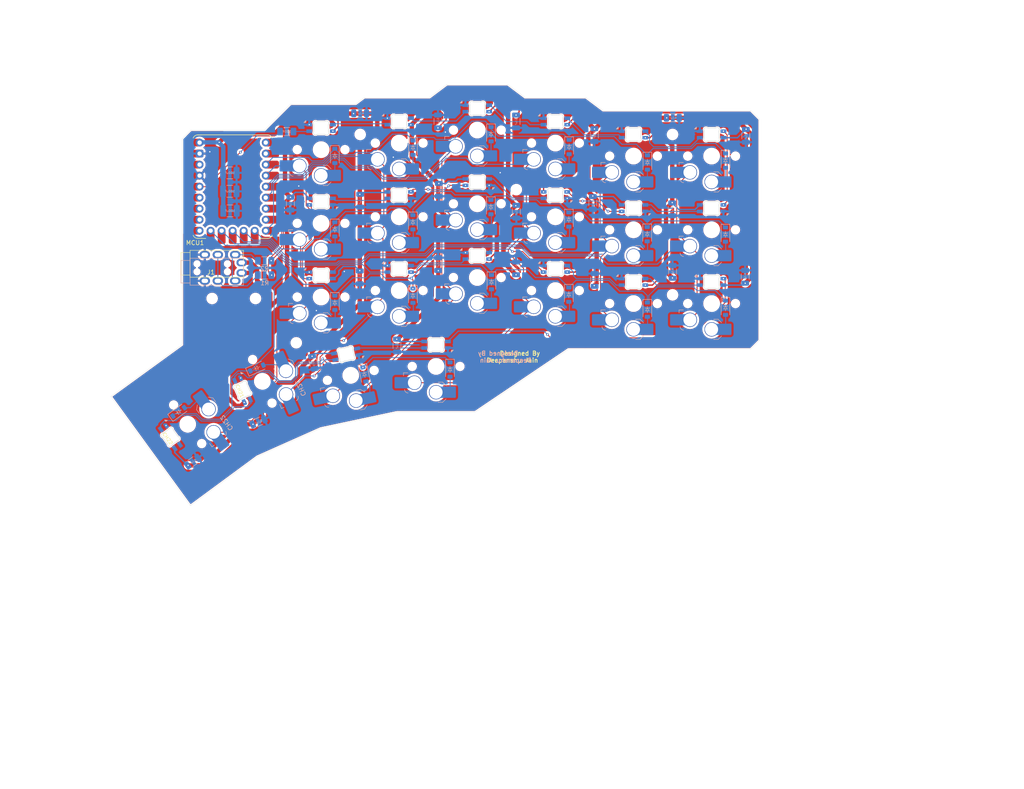
<source format=kicad_pcb>
(kicad_pcb (version 20241229) (generator "pcbnew") (generator_version "9.0")
  (layers (0 "F.Cu" signal) (2 "B.Cu" signal) (13 "F.Paste" user) (15 "B.Paste" user) (5 "F.SilkS" user "F.Silkscreen") (7 "B.SilkS" user "B.Silkscreen") (1 "F.Mask" user) (3 "B.Mask" user) (25 "Edge.Cuts" user))
  (net 0 "")
  (net 1 "TRRS_TX")
  (net 2 "Net-(J1-PadR1)")
  (net 3 "Col4")
  (net 4 "Net-(D2-A)")
  (net 5 "Row2")
  (net 6 "Net-(D13-A)")
  (net 7 "Row3")
  (net 8 "Net-(D19-A)")
  (net 9 "Net-(D14-A)")
  (net 10 "Net-(D18-A)")
  (net 11 "Col3")
  (net 12 "Net-(D15-A)")
  (net 13 "5V")
  (net 14 "Net-(LED10-DOUT)")
  (net 15 "Net-(LED10-DIN)")
  (net 16 "GND")
  (net 17 "Net-(LED8-DOUT)")
  (net 18 "Net-(LED7-DOUT)")
  (net 19 "Row1")
  (net 20 "Net-(D9-A)")
  (net 21 "Col1")
  (net 22 "Net-(D8-A)")
  (net 23 "Col5")
  (net 24 "Net-(LED6-DOUT)")
  (net 25 "Net-(LED5-DOUT)")
  (net 26 "Net-(D11-A)")
  (net 27 "Net-(D17-A)")
  (net 28 "Net-(D7-A)")
  (net 29 "Net-(D22-A)")
  (net 30 "Net-(LED16-DOUT)")
  (net 31 "Net-(LED15-DOUT)")
  (net 32 "Net-(D10-A)")
  (net 33 "Col2")
  (net 34 "Net-(D4-A)")
  (net 35 "Net-(LED2-DOUT)")
  (net 36 "Net-(LED1-DOUT)")
  (net 37 "Row0")
  (net 38 "Net-(D16-A)")
  (net 39 "Col0")
  (net 40 "Net-(D6-A)")
  (net 42 "Net-(J1-PadR2)")
  (net 45 "TRRS_RX")
  (net 46 "LED_IN")
  (net 47 "Net-(LED1-DIN)")
  (net 48 "Net-(D21-A)")
  (net 49 "Net-(D12-A)")
  (net 50 "Net-(LED14-DOUT)")
  (net 51 "Net-(LED13-DOUT)")
  (net 52 "Net-(D5-A)")
  (net 53 "Net-(D3-A)")
  (net 54 "Net-(LED3-DOUT)")
  (net 55 "Net-(LED12-DOUT)")
  (net 56 "LED_OUT")
  (net 57 "Net-(LED21-DOUT)")
  (net 58 "Net-(LED4-DOUT)")
  (net 59 "Net-(LED18-DOUT)")
  (net 60 "Net-(LED17-DOUT)")
  (net 61 "Net-(LED11-DOUT)")
  (net 62 "Net-(D20-A)")
  (net 63 "Net-(LED20-DOUT)")
  (net 64 "Net-(D1-A)")
  (net 65 "Net-(LED19-DOUT)")
  (footprint "PCM_marbastlib-xp-various:CON_MJ-4PP-9_Reversible" (layer "F.Cu") (at 66.519428 78.736126)
    (property "Reference" "J1")
    (property "Value" "AudioJack4")
  )
  (footprint "PCM_marbastlib-xp-promicroish:RP2040-Matrix_ACH" (layer "F.Cu") (at 70.184428 60.028326)
    (property "Reference" "MCU1")
    (property "Value" "RP2040-Matrix")
  )
  (footprint "PCM_marbastlib-choc:SW_choc_v1_HS_CPG135001S30_1u" (layer "B.Cu") (at 108.564428 83.988326 180)
    (property "Reference" "CH14")
    (property "Value" "choc_v1_SW_HS")
  )
  (footprint "PCM_marbastlib-various:LED_6028R" (layer "B.Cu") (at 108.564428 61.988326 180)
    (property "Reference" "LED11")
    (property "Value" "SK6812MINI-E")
    (fp_line (start 1.699999 -0.702841) (end 1.699999 0.702843) (stroke (width 0.1)) (layer "Edge.Cuts"))
    (fp_line (start 0.794452 1.5) (end -0.794453 1.5) (stroke (width 0.1)) (layer "Edge.Cuts"))
    (fp_line (start -0.794452 -1.499999) (end 0.794452 -1.499999) (stroke (width 0.1)) (layer "Edge.Cuts"))
    (fp_line (start -1.699999 0.702843) (end -1.699999 -0.702841) (stroke (width 0.1)) (layer "Edge.Cuts"))
    (fp_arc (start 1.749484 0.919721) (mid 1.712526 0.814069) (end 1.699999 0.702843) (stroke (width 0.1)) (layer "Edge.Cuts"))
    (fp_arc (start 1.749484 0.919721) (mid 1.638072 1.504036) (end 1.046711 1.5683) (stroke (width 0.1)) (layer "Edge.Cuts"))
    (fp_arc (start 1.699999 -0.702842) (mid 1.712536 -0.814064) (end 1.749484 -0.919719) (stroke (width 0.1)) (layer "Edge.Cuts"))
    (fp_arc (start 1.046711 -1.568296) (mid 1.63807 -1.504033) (end 1.749484 -0.919719) (stroke (width 0.1)) (layer "Edge.Cuts"))
    (fp_arc (start 1.04671 -1.568298) (mid 0.925122 -1.517376) (end 0.794452 -1.499999) (stroke (width 0.1)) (layer "Edge.Cuts"))
    (fp_arc (start 0.794453 1.500001) (mid 0.925123 1.517378) (end 1.046711 1.5683) (stroke (width 0.1)) (layer "Edge.Cuts"))
    (fp_arc (start -0.794452 -1.499999) (mid -0.925123 -1.517376) (end -1.046711 -1.568298) (stroke (width 0.1)) (layer "Edge.Cuts"))
    (fp_arc (start -1.046711 1.568299) (mid -0.925123 1.517377) (end -0.794453 1.5) (stroke (width 0.1)) (layer "Edge.Cuts"))
    (fp_arc (start -1.046711 1.568299) (mid -1.638071 1.504036) (end -1.749484 0.919721) (stroke (width 0.1)) (layer "Edge.Cuts"))
    (fp_arc (start -1.699999 0.702844) (mid -1.712527 0.814069) (end -1.749484 0.919721) (stroke (width 0.1)) (layer "Edge.Cuts"))
    (fp_arc (start -1.749484 -0.919718) (mid -1.638072 -1.504034) (end -1.046711 -1.568298) (stroke (width 0.1)) (layer "Edge.Cuts"))
    (fp_arc (start -1.749484 -0.919719) (mid -1.712527 -0.814067) (end -1.699999 -0.702841) (stroke (width 0.1)) (layer "Edge.Cuts"))
  )
  (footprint "Diode_SMD:D_SOD-123" (layer "B.Cu") (at 147.724428 50.888326 -90)
    (property "Reference" "D4")
    (property "Value" "1N4148W")
  )
  (footprint "Capacitor_SMD:C_1206_3216Metric" (layer "B.Cu") (at 117.5 45 90)
    (property "Reference" "C2")
    (property "Value" "0.1µF")
  )
  (footprint "PCM_marbastlib-various:LED_6028R" (layer "B.Cu") (at 162.564428 81.988326)
    (property "Reference" "LED17")
    (property "Value" "SK6812MINI-E")
    (fp_line (start -1.699999 0.702843) (end -1.699999 -0.702841) (stroke (width 0.1)) (layer "Edge.Cuts"))
    (fp_line (start -0.794452 -1.499999) (end 0.794452 -1.499999) (stroke (width 0.1)) (layer "Edge.Cuts"))
    (fp_line (start 0.794452 1.5) (end -0.794453 1.5) (stroke (width 0.1)) (layer "Edge.Cuts"))
    (fp_line (start 1.699999 -0.702841) (end 1.699999 0.702843) (stroke (width 0.1)) (layer "Edge.Cuts"))
    (fp_arc (start -1.749484 -0.919719) (mid -1.712527 -0.814067) (end -1.699999 -0.702841) (stroke (width 0.1)) (layer "Edge.Cuts"))
    (fp_arc (start -1.749484 -0.919718) (mid -1.638072 -1.504034) (end -1.046711 -1.568298) (stroke (width 0.1)) (layer "Edge.Cuts"))
    (fp_arc (start -1.699999 0.702844) (mid -1.712527 0.814069) (end -1.749484 0.919721) (stroke (width 0.1)) (layer "Edge.Cuts"))
    (fp_arc (start -1.046711 1.568299) (mid -1.638071 1.504036) (end -1.749484 0.919721) (stroke (width 0.1)) (layer "Edge.Cuts"))
    (fp_arc (start -1.046711 1.568299) (mid -0.925123 1.517377) (end -0.794453 1.5) (stroke (width 0.1)) (layer "Edge.Cuts"))
    (fp_arc (start -0.794452 -1.499999) (mid -0.925123 -1.517376) (end -1.046711 -1.568298) (stroke (width 0.1)) (layer "Edge.Cuts"))
    (fp_arc (start 0.794453 1.500001) (mid 0.925123 1.517378) (end 1.046711 1.5683) (stroke (width 0.1)) (layer "Edge.Cuts"))
    (fp_arc (start 1.04671 -1.568298) (mid 0.925122 -1.517376) (end 0.794452 -1.499999) (stroke (width 0.1)) (layer "Edge.Cuts"))
    (fp_arc (start 1.046711 -1.568296) (mid 1.63807 -1.504033) (end 1.749484 -0.919719) (stroke (width 0.1)) (layer "Edge.Cuts"))
    (fp_arc (start 1.699999 -0.702842) (mid 1.712536 -0.814064) (end 1.749484 -0.919719) (stroke (width 0.1)) (layer "Edge.Cuts"))
    (fp_arc (start 1.749484 0.919721) (mid 1.638072 1.504036) (end 1.046711 1.5683) (stroke (width 0.1)) (layer "Edge.Cuts"))
    (fp_arc (start 1.749484 0.919721) (mid 1.712526 0.814069) (end 1.699999 0.702843) (stroke (width 0.1)) (layer "Edge.Cuts"))
  )
  (footprint "Diode_SMD:D_SOD-123" (layer "B.Cu") (at 183.764428 87.960826 -90)
    (property "Reference" "D18")
    (property "Value" "1N4148W")
  )
  (footprint "PCM_marbastlib-various:LED_6028R" (layer "B.Cu") (at 90.564428 46.488326)
    (property "Reference" "LED1")
    (property "Value" "SK6812MINI-E")
    (fp_line (start -1.699999 0.702843) (end -1.699999 -0.702841) (stroke (width 0.1)) (layer "Edge.Cuts"))
    (fp_line (start -0.794452 -1.499999) (end 0.794452 -1.499999) (stroke (width 0.1)) (layer "Edge.Cuts"))
    (fp_line (start 0.794452 1.5) (end -0.794453 1.5) (stroke (width 0.1)) (layer "Edge.Cuts"))
    (fp_line (start 1.699999 -0.702841) (end 1.699999 0.702843) (stroke (width 0.1)) (layer "Edge.Cuts"))
    (fp_arc (start -1.749484 -0.919719) (mid -1.712527 -0.814067) (end -1.699999 -0.702841) (stroke (width 0.1)) (layer "Edge.Cuts"))
    (fp_arc (start -1.749484 -0.919718) (mid -1.638072 -1.504034) (end -1.046711 -1.568298) (stroke (width 0.1)) (layer "Edge.Cuts"))
    (fp_arc (start -1.699999 0.702844) (mid -1.712527 0.814069) (end -1.749484 0.919721) (stroke (width 0.1)) (layer "Edge.Cuts"))
    (fp_arc (start -1.046711 1.568299) (mid -1.638071 1.504036) (end -1.749484 0.919721) (stroke (width 0.1)) (layer "Edge.Cuts"))
    (fp_arc (start -1.046711 1.568299) (mid -0.925123 1.517377) (end -0.794453 1.5) (stroke (width 0.1)) (layer "Edge.Cuts"))
    (fp_arc (start -0.794452 -1.499999) (mid -0.925123 -1.517376) (end -1.046711 -1.568298) (stroke (width 0.1)) (layer "Edge.Cuts"))
    (fp_arc (start 0.794453 1.500001) (mid 0.925123 1.517378) (end 1.046711 1.5683) (stroke (width 0.1)) (layer "Edge.Cuts"))
    (fp_arc (start 1.04671 -1.568298) (mid 0.925122 -1.517376) (end 0.794452 -1.499999) (stroke (width 0.1)) (layer "Edge.Cuts"))
    (fp_arc (start 1.046711 -1.568296) (mid 1.63807 -1.504033) (end 1.749484 -0.919719) (stroke (width 0.1)) (layer "Edge.Cuts"))
    (fp_arc (start 1.699999 -0.702842) (mid 1.712536 -0.814064) (end 1.749484 -0.919719) (stroke (width 0.1)) (layer "Edge.Cuts"))
    (fp_arc (start 1.749484 0.919721) (mid 1.638072 1.504036) (end 1.046711 1.5683) (stroke (width 0.1)) (layer "Edge.Cuts"))
    (fp_arc (start 1.749484 0.919721) (mid 1.712526 0.814069) (end 1.699999 0.702843) (stroke (width 0.1)) (layer "Edge.Cuts"))
  )
  (footprint "MountingHole:MountingHole_2.2mm_M2" (layer "B.Cu") (at 84.844428 96.038326 180)
    (property "Reference" "H5")
    (property "Value" "MountingHole")
    (fp_circle (center 0 0) (end 1.1 0) (stroke (width 0.01)) (fill no) (layer "Edge.Cuts"))
  )
  (footprint "PCM_marbastlib-choc:SW_choc_v1_HS_CPG135001S30_1u" (layer "B.Cu") (at 97.394428 103.548326 -168)
    (property "Reference" "CH20")
    (property "Value" "choc_v1_SW_HS")
  )
  (footprint "Diode_SMD:D_SOD-123" (layer "B.Cu") (at 183.754428 71.078326 -90)
    (property "Reference" "D7")
    (property "Value" "1N4148W")
  )
  (footprint "PCM_marbastlib-choc:SW_choc_v1_HS_CPG135001S30_1u" (layer "B.Cu") (at 90.564428 68.488326 180)
    (property "Reference" "CH12")
    (property "Value" "choc_v1_SW_HS")
  )
  (footprint "Capacitor_SMD:C_1210_3225Metric_Pad1.33x2.70mm_HandSolder" (layer "B.Cu") (at 69.574428 65.608326 180)
    (property "Reference" "C25")
    (property "Value" "100uF")
  )
  (footprint "Capacitor_SMD:C_1206_3216Metric" (layer "B.Cu") (at 117.534428 77.878326 90)
    (property "Reference" "C14")
    (property "Value" "0.1µF")
  )
  (footprint "PCM_marbastlib-various:LED_6028R" (layer "B.Cu") (at 126.564428 41.988326)
    (property "Reference" "LED3")
    (property "Value" "SK6812MINI-E")
    (fp_line (start -1.699999 0.702843) (end -1.699999 -0.702841) (stroke (width 0.1)) (layer "Edge.Cuts"))
    (fp_line (start -0.794452 -1.499999) (end 0.794452 -1.499999) (stroke (width 0.1)) (layer "Edge.Cuts"))
    (fp_line (start 0.794452 1.5) (end -0.794453 1.5) (stroke (width 0.1)) (layer "Edge.Cuts"))
    (fp_line (start 1.699999 -0.702841) (end 1.699999 0.702843) (stroke (width 0.1)) (layer "Edge.Cuts"))
    (fp_arc (start -1.749484 -0.919719) (mid -1.712527 -0.814067) (end -1.699999 -0.702841) (stroke (width 0.1)) (layer "Edge.Cuts"))
    (fp_arc (start -1.749484 -0.919718) (mid -1.638072 -1.504034) (end -1.046711 -1.568298) (stroke (width 0.1)) (layer "Edge.Cuts"))
    (fp_arc (start -1.699999 0.702844) (mid -1.712527 0.814069) (end -1.749484 0.919721) (stroke (width 0.1)) (layer "Edge.Cuts"))
    (fp_arc (start -1.046711 1.568299) (mid -1.638071 1.504036) (end -1.749484 0.919721) (stroke (width 0.1)) (layer "Edge.Cuts"))
    (fp_arc (start -1.046711 1.568299) (mid -0.925123 1.517377) (end -0.794453 1.5) (stroke (width 0.1)) (layer "Edge.Cuts"))
    (fp_arc (start -0.794452 -1.499999) (mid -0.925123 -1.517376) (end -1.046711 -1.568298) (stroke (width 0.1)) (layer "Edge.Cuts"))
    (fp_arc (start 0.794453 1.500001) (mid 0.925123 1.517378) (end 1.046711 1.5683) (stroke (width 0.1)) (layer "Edge.Cuts"))
    (fp_arc (start 1.04671 -1.568298) (mid 0.925122 -1.517376) (end 0.794452 -1.499999) (stroke (width 0.1)) (layer "Edge.Cuts"))
    (fp_arc (start 1.046711 -1.568296) (mid 1.63807 -1.504033) (end 1.749484 -0.919719) (stroke (width 0.1)) (layer "Edge.Cuts"))
    (fp_arc (start 1.699999 -0.702842) (mid 1.712536 -0.814064) (end 1.749484 -0.919719) (stroke (width 0.1)) (layer "Edge.Cuts"))
    (fp_arc (start 1.749484 0.919721) (mid 1.638072 1.504036) (end 1.046711 1.5683) (stroke (width 0.1)) (layer "Edge.Cuts"))
    (fp_arc (start 1.749484 0.919721) (mid 1.712526 0.814069) (end 1.699999 0.702843) (stroke (width 0.1)) (layer "Edge.Cuts"))
  )
  (footprint "Diode_SMD:D_SOD-123" (layer "B.Cu") (at 111.724428 85.178326 -90)
    (property "Reference" "D14")
    (property "Value" "1N4148W")
  )
  (footprint "Capacitor_SMD:C_1206_3216Metric" (layer "B.Cu") (at 117.694428 60.768326 90)
    (property "Reference" "C10")
    (property "Value" "0.1µF")
  )
  (footprint "Diode_SMD:D_SOD-123" (layer "B.Cu") (at 183.764428 54.018326 -90)
    (property "Reference" "D6")
    (property "Value" "1N4148W")
  )
  (footprint "PCM_marbastlib-choc:SW_choc_v1_HS_CPG135001S30_1u" (layer "B.Cu") (at 126.564428 80.988326 180)
    (property "Reference" "CH15")
    (property "Value" "choc_v1_SW_HS")
  )
  (footprint "Diode_SMD:D_SOD-123" (layer "B.Cu") (at 75.734428 101.858326 24)
    (property "Reference" "D21")
    (property "Value" "1N4148W")
  )
  (footprint "Resistor_SMD:R_1206_3216Metric_Pad1.30x1.75mm_HandSolder" (layer "B.Cu") (at 82.654428 47.318326)
    (property "Reference" "R3")
    (property "Value" "100R")
  )
  (footprint "PCM_marbastlib-various:LED_6028R" (layer "B.Cu") (at 180.564428 47.988326)
    (property "Reference" "LED6")
    (property "Value" "SK6812MINI-E")
    (fp_line (start -1.699999 0.702843) (end -1.699999 -0.702841) (stroke (width 0.1)) (layer "Edge.Cuts"))
    (fp_line (start -0.794452 -1.499999) (end 0.794452 -1.499999) (stroke (width 0.1)) (layer "Edge.Cuts"))
    (fp_line (start 0.794452 1.5) (end -0.794453 1.5) (stroke (width 0.1)) (layer "Edge.Cuts"))
    (fp_line (start 1.699999 -0.702841) (end 1.699999 0.702843) (stroke (width 0.1)) (layer "Edge.Cuts"))
    (fp_arc (start -1.749484 -0.919719) (mid -1.712527 -0.814067) (end -1.699999 -0.702841) (stroke (width 0.1)) (layer "Edge.Cuts"))
    (fp_arc (start -1.749484 -0.919718) (mid -1.638072 -1.504034) (end -1.046711 -1.568298) (stroke (width 0.1)) (layer "Edge.Cuts"))
    (fp_arc (start -1.699999 0.702844) (mid -1.712527 0.814069) (end -1.749484 0.919721) (stroke (width 0.1)) (layer "Edge.Cuts"))
    (fp_arc (start -1.046711 1.568299) (mid -1.638071 1.504036) (end -1.749484 0.919721) (stroke (width 0.1)) (layer "Edge.Cuts"))
    (fp_arc (start -1.046711 1.568299) (mid -0.925123 1.517377) (end -0.794453 1.5) (stroke (width 0.1)) (layer "Edge.Cuts"))
    (fp_arc (start -0.794452 -1.499999) (mid -0.925123 -1.517376) (end -1.046711 -1.568298) (stroke (width 0.1)) (layer "Edge.Cuts"))
    (fp_arc (start 0.794453 1.500001) (mid 0.925123 1.517378) (end 1.046711 1.5683) (stroke (width 0.1)) (layer "Edge.Cuts"))
    (fp_arc (start 1.04671 -1.568298) (mid 0.925122 -1.517376) (end 0.794452 -1.499999) (stroke (width 0.1)) (layer "Edge.Cuts"))
    (fp_arc (start 1.046711 -1.568296) (mid 1.63807 -1.504033) (end 1.749484 -0.919719) (stroke (width 0.1)) (layer "Edge.Cuts"))
    (fp_arc (start 1.699999 -0.702842) (mid 1.712536 -0.814064) (end 1.749484 -0.919719) (stroke (width 0.1)) (layer "Edge.Cuts"))
    (fp_arc (start 1.749484 0.919721) (mid 1.638072 1.504036) (end 1.046711 1.5683) (stroke (width 0.1)) (layer "Edge.Cuts"))
    (fp_arc (start 1.749484 0.919721) (mid 1.712526 0.814069) (end 1.699999 0.702843) (stroke (width 0.1)) (layer "Edge.Cuts"))
  )
  (footprint "Diode_SMD:D_SOD-123" (layer "B.Cu") (at 57.734428 111.968326 36)
    (property "Reference" "D22")
    (property "Value" "1N4148W")
  )
  (footprint "Capacitor_SMD:C_1206_3216Metric" (layer "B.Cu") (at 88.794428 100.578326 102)
    (property "Reference" "C20")
    (property "Value" "0.1µF")
  )
  (footprint "PCM_marbastlib-choc:SW_choc_v1_HS_CPG135001S30_1.5u" (layer "B.Cu") (at 77.024428 104.918326 -66)
    (property "Reference" "CH21")
    (property "Value" "choc_v1_SW_HS")
  )
  (footprint "Capacitor_SMD:C_1206_3216Metric" (layer "B.Cu") (at 99.474428 80.958326 -90)
    (property "Reference" "C13")
    (property "Value" "0.1µF")
  )
  (footprint "PCM_marbastlib-choc:SW_choc_v1_HS_CPG135001S30_1u" (layer "B.Cu") (at 126.564428 46.988326 180)
    (property "Reference" "CH3")
    (property "Value" "choc_v1_SW_HS")
  )
  (footprint "Capacitor_SMD:C_1206_3216Metric" (layer "B.Cu") (at 188.294428 80.808326 90)
    (property "Reference" "C18")
    (property "Value" "0.1µF")
  )
  (footprint "Resistor_SMD:R_1206_3216Metric_Pad1.30x1.75mm_HandSolder" (layer "B.Cu") (at 77.564428 80.428326)
    (property "Reference" "R1")
    (property "Value" "100R")
  )
  (footprint "Capacitor_SMD:C_1206_3216Metric" (layer "B.Cu") (at 83.494428 63.948326 90)
    (property "Reference" "C12")
    (property "Value" "0.1µF")
  )
  (footprint "PCM_marbastlib-choc:SW_choc_v1_HS_CPG135001S30_1u" (layer "B.Cu") (at 180.564428 86.988326 180)
    (property "Reference" "CH18")
    (property "Value" "choc_v1_SW_HS")
  )
  (footprint "Capacitor_SMD:C_1206_3216Metric" (layer "B.Cu") (at 171.624428 44.148326)
    (property "Reference" "C5")
    (property "Value" "0.1µF")
  )
  (footprint "PCM_marbastlib-choc:SW_choc_v1_HS_CPG135001S30_1u" (layer "B.Cu") (at 162.564428 52.988326 180)
    (property "Reference" "CH5")
    (property "Value" "choc_v1_SW_HS")
  )
  (footprint "PCM_marbastlib-choc:SW_choc_v1_HS_CPG135001S30_1u" (layer "B.Cu") (at 162.564428 69.988326 180)
    (property "Reference" "CH8")
    (property "Value" "choc_v1_SW_HS")
  )
  (footprint "Capacitor_SMD:C_1210_3225Metric_Pad1.33x2.70mm_HandSolder" (layer "B.Cu") (at 69.524428 56.848326 180)
    (property "Reference" "C23")
    (property "Value" "100uF")
  )
  (footprint "Capacitor_SMD:C_1206_3216Metric" (layer "B.Cu") (at 61.004428 123.458326 -144)
    (property "Reference" "C22")
    (property "Value" "0.1µF")
  )
  (footprint "MountingHole:MountingHole_2.2mm_M2" (layer "B.Cu") (at 99.564428 47.988326 180)
    (property "Reference" "H2")
    (property "Value" "MountingHole")
    (fp_circle (center 0 0) (end 1.1 0) (stroke (width 0.01)) (fill no) (layer "Edge.Cuts"))
  )
  (footprint "Diode_SMD:D_SOD-123" (layer "B.Cu") (at 111.724428 68.238326 -90)
    (property "Reference" "D11")
    (property "Value" "1N4148W")
  )
  (footprint "Diode_SMD:D_SOD-123" (layer "B.Cu") (at 129.734428 47.938326 -90)
    (property "Reference" "D3")
    (property "Value" "1N4148W")
  )
  (footprint "Capacitor_SMD:C_1206_3216Metric" (layer "B.Cu") (at 188.444428 48.298326 -90)
    (property "Reference" "C6")
    (property "Value" "0.1µF")
  )
  (footprint "MountingHole:MountingHole_2.2mm_M2" (layer "B.Cu") (at 171.564428 47.988326 180)
    (property "Reference" "H1")
    (property "Value" "MountingHole")
    (fp_circle (center 0 0) (end 1.1 0) (stroke (width 0.01)) (fill no) (layer "Edge.Cuts"))
  )
  (footprint "Capacitor_SMD:C_1206_3216Metric" (layer "B.Cu") (at 108.054428 96.658326 90)
    (property "Reference" "C19")
    (property "Value" "0.1µF")
  )
  (footprint "Diode_SMD:D_SOD-123" (layer "B.Cu") (at 111.744428 51.048326 -90)
    (property "Reference" "D2")
    (property "Value" "1N4148W")
  )
  (footprint "PCM_marbastlib-choc:SW_choc_v1_HS_CPG135001S30_1u" (layer "B.Cu") (at 180.564428 52.988326 180)
    (property "Reference" "CH6")
    (property "Value" "choc_v1_SW_HS")
  )
  (footprint "Resistor_SMD:R_1206_3216Metric_Pad1.30x1.75mm_HandSolder" (layer "B.Cu") (at 77.564428 77.118326)
    (property "Reference" "R2")
    (property "Value" "100R")
  )
  (footprint "Diode_SMD:D_SOD-123" (layer "B.Cu") (at 129.694428 64.738326 -90)
    (property "Reference" "D10")
    (property "Value" "1N4148W")
  )
  (footprint "PCM_marbastlib-choc:SW_choc_v1_HS_CPG135001S30_1u" (layer "B.Cu") (at 162.564428 86.988326 180)
    (property "Reference" "CH17")
    (property "Value" "choc_v1_SW_HS")
  )
  (footprint "PCM_marbastlib-various:LED_6028R" (layer "B.Cu") (at 90.564428 80.488326)
    (property "Reference" "LED13")
    (property "Value" "SK6812MINI-E")
    (fp_line (start -1.699999 0.702843) (end -1.699999 -0.702841) (stroke (width 0.1)) (layer "Edge.Cuts"))
    (fp_line (start -0.794452 -1.499999) (end 0.794452 -1.499999) (stroke (width 0.1)) (layer "Edge.Cuts"))
    (fp_line (start 0.794452 1.5) (end -0.794453 1.5) (stroke (width 0.1)) (layer "Edge.Cuts"))
    (fp_line (start 1.699999 -0.702841) (end 1.699999 0.702843) (stroke (width 0.1)) (layer "Edge.Cuts"))
    (fp_arc (start -1.749484 -0.919719) (mid -1.712527 -0.814067) (end -1.699999 -0.702841) (stroke (width 0.1)) (layer "Edge.Cuts"))
    (fp_arc (start -1.749484 -0.919718) (mid -1.638072 -1.504034) (end -1.046711 -1.568298) (stroke (width 0.1)) (layer "Edge.Cuts"))
    (fp_arc (start -1.699999 0.702844) (mid -1.712527 0.814069) (end -1.749484 0.919721) (stroke (width 0.1)) (layer "Edge.Cuts"))
    (fp_arc (start -1.046711 1.568299) (mid -1.638071 1.504036) (end -1.749484 0.919721) (stroke (width 0.1)) (layer "Edge.Cuts"))
    (fp_arc (start -1.046711 1.568299) (mid -0.925123 1.517377) (end -0.794453 1.5) (stroke (width 0.1)) (layer "Edge.Cuts"))
    (fp_arc (start -0.794452 -1.499999) (mid -0.925123 -1.517376) (end -1.046711 -1.568298) (stroke (width 0.1)) (layer "Edge.Cuts"))
    (fp_arc (start 0.794453 1.500001) (mid 0.925123 1.517378) (end 1.046711 1.5683) (stroke (width 0.1)) (layer "Edge.Cuts"))
    (fp_arc (start 1.04671 -1.568298) (mid 0.925122 -1.517376) (end 0.794452 -1.499999) (stroke (width 0.1)) (layer "Edge.Cuts"))
    (fp_arc (start 1.046711 -1.568296) (mid 1.63807 -1.504033) (end 1.749484 -0.919719) (stroke (width 0.1)) (layer "Edge.Cuts"))
    (fp_arc (start 1.699999 -0.702842) (mid 1.712536 -0.814064) (end 1.749484 -0.919719) (stroke (width 0.1)) (layer "Edge.Cuts"))
    (fp_arc (start 1.749484 0.919721) (mid 1.638072 1.504036) (end 1.046711 1.5683) (stroke (width 0.1)) (layer "Edge.Cuts"))
    (fp_arc (start 1.749484 0.919721) (mid 1.712526 0.814069) (end 1.699999 0.702843) (stroke (width 0.1)) (layer "Edge.Cuts"))
  )
  (footprint "Capacitor_SMD:C_1210_3225Metric_Pad1.33x2.70mm_HandSolder" (layer "B.Cu") (at 69.524428 61.108326 180)
    (property "Reference" "C24")
    (property "Value" "100uF")
  )
  (footprint "PCM_marbastlib-various:LED_6028R" (layer "B.Cu") (at 162.564428 64.988326 180)
    (property "Reference" "LED8")
    (property "Value" "SK6812MINI-E")
    (fp_line (start 1.699999 -0.702841) (end 1.699999 0.702843) (stroke (width 0.1)) (layer "Edge.Cuts"))
    (fp_line (start 0.794452 1.5) (end -0.794453 1.5) (stroke (width 0.1)) (layer "Edge.Cuts"))
    (fp_line (start -0.794452 -1.499999) (end 0.794452 -1.499999) (stroke (width 0.1)) (layer "Edge.Cuts"))
    (fp_line (start -1.699999 0.702843) (end -1.699999 -0.702841) (stroke (width 0.1)) (layer "Edge.Cuts"))
    (fp_arc (start 1.749484 0.919721) (mid 1.712526 0.814069) (end 1.699999 0.702843) (stroke (width 0.1)) (layer "Edge.Cuts"))
    (fp_arc (start 1.749484 0.919721) (mid 1.638072 1.504036) (end 1.046711 1.5683) (stroke (width 0.1)) (layer "Edge.Cuts"))
    (fp_arc (start 1.699999 -0.702842) (mid 1.712536 -0.814064) (end 1.749484 -0.919719) (stroke (width 0.1)) (layer "Edge.Cuts"))
    (fp_arc (start 1.046711 -1.568296) (mid 1.63807 -1.504033) (end 1.749484 -0.919719) (stroke (width 0.1)) (layer "Edge.Cuts"))
    (fp_arc (start 1.04671 -1.568298) (mid 0.925122 -1.517376) (end 0.794452 -1.499999) (stroke (width 0.1)) (layer "Edge.Cuts"))
    (fp_arc (start 0.794453 1.500001) (mid 0.925123 1.517378) (end 1.046711 1.5683) (stroke (width 0.1)) (layer "Edge.Cuts"))
    (fp_arc (start -0.794452 -1.499999) (mid -0.925123 -1.517376) (end -1.046711 -1.568298) (stroke (width 0.1)) (layer "Edge.Cuts"))
    (fp_arc (start -1.046711 1.568299) (mid -0.925123 1.517377) (end -0.794453 1.5) (stroke (width 0.1)) (layer "Edge.Cuts"))
    (fp_arc (start -1.046711 1.568299) (mid -1.638071 1.504036) (end -1.749484 0.919721) (stroke (width 0.1)) (layer "Edge.Cuts"))
    (fp_arc (start -1.699999 0.702844) (mid -1.712527 0.814069) (end -1.749484 0.919721) (stroke (width 0.1)) (layer "Edge.Cuts"))
    (fp_arc (start -1.749484 -0.919718) (mid -1.638072 -1.504034) (end -1.046711 -1.568298) (stroke (width 0.1)) (layer "Edge.Cuts"))
    (fp_arc (start -1.749484 -0.919719) (mid -1.712527 -0.814067) (end -1.699999 -0.702841) (stroke (width 0.1)) (layer "Edge.Cuts"))
  )
  (footprint "PCM_marbastlib-choc:SW_choc_v1_HS_CPG135001S30_1u" (layer "B.Cu") (at 108.564428 66.988326 180)
    (property "Reference" "CH11")
    (property "Value" "choc_v1_SW_HS")
  )
  (footprint "PCM_marbastlib-choc:SW_choc_v1_HS_CPG135001S30_1u" (layer "B.Cu") (at 90.564428 85.488326 180)
    (property "Reference" "CH13")
    (property "Value" "choc_v1_SW_HS")
  )
  (footprint "PCM_marbastlib-various:LED_6028R" (layer "B.Cu") (at 126.564428 58.988326 180)
    (property "Reference" "LED10")
    (property "Value" "SK6812MINI-E")
    (fp_line (start 1.699999 -0.702841) (end 1.699999 0.702843) (stroke (width 0.1)) (layer "Edge.Cuts"))
    (fp_line (start 0.794452 1.5) (end -0.794453 1.5) (stroke (width 0.1)) (layer "Edge.Cuts"))
    (fp_line (start -0.794452 -1.499999) (end 0.794452 -1.499999) (stroke (width 0.1)) (layer "Edge.Cuts"))
    (fp_line (start -1.699999 0.702843) (end -1.699999 -0.702841) (stroke (width 0.1)) (layer "Edge.Cuts"))
    (fp_arc (start 1.749484 0.919721) (mid 1.712526 0.814069) (end 1.699999 0.702843) (stroke (width 0.1)) (layer "Edge.Cuts"))
    (fp_arc (start 1.749484 0.919721) (mid 1.638072 1.504036) (end 1.046711 1.5683) (stroke (width 0.1)) (layer "Edge.Cuts"))
    (fp_arc (start 1.699999 -0.702842) (mid 1.712536 -0.814064) (end 1.749484 -0.919719) (stroke (width 0.1)) (layer "Edge.Cuts"))
    (fp_arc (start 1.046711 -1.568296) (mid 1.63807 -1.504033) (end 1.749484 -0.919719) (stroke (width 0.1)) (layer "Edge.Cuts"))
    (fp_arc (start 1.04671 -1.568298) (mid 0.925122 -1.517376) (end 0.794452 -1.499999) (stroke (width 0.1)) (layer "Edge.Cuts"))
    (fp_arc (start 0.794453 1.500001) (mid 0.925123 1.517378) (end 1.046711 1.5683) (stroke (width 0.1)) (layer "Edge.Cuts"))
    (fp_arc (start -0.794452 -1.499999) (mid -0.925123 -1.517376) (end -1.046711 -1.568298) (stroke (width 0.1)) (layer "Edge.Cuts"))
    (fp_arc (start -1.046711 1.568299) (mid -0.925123 1.517377) (end -0.794453 1.5) (stroke (width 0.1)) (layer "Edge.Cuts"))
    (fp_arc (start -1.046711 1.568299) (mid -1.638071 1.504036) (end -1.749484 0.919721) (stroke (width 0.1)) (layer "Edge.Cuts"))
    (fp_arc (start -1.699999 0.702844) (mid -1.712527 0.814069) (end -1.749484 0.919721) (stroke (width 0.1)) (layer "Edge.Cuts"))
    (fp_arc (start -1.749484 -0.919718) (mid -1.638072 -1.504034) (end -1.046711 -1.568298) (stroke (width 0.1)) (layer "Edge.Cuts"))
    (fp_arc (start -1.749484 -0.919719) (mid -1.712527 -0.814067) (end -1.699999 -0.702841) (stroke (width 0.1)) (layer "Edge.Cuts"))
  )
  (footprint "PCM_marbastlib-various:LED_6028R" (layer "B.Cu") (at 90.564428 63.488326 180)
    (property "Reference" "LED12")
    (property "Value" "SK6812MINI-E")
    (fp_line (start 1.699999 -0.702841) (end 1.699999 0.702843) (stroke (width 0.1)) (layer "Edge.Cuts"))
    (fp_line (start 0.794452 1.5) (end -0.794453 1.5) (stroke (width 0.1)) (layer "Edge.Cuts"))
    (fp_line (start -0.794452 -1.499999) (end 0.794452 -1.499999) (stroke (width 0.1)) (layer "Edge.Cuts"))
    (fp_line (start -1.699999 0.702843) (end -1.699999 -0.702841) (stroke (width 0.1)) (layer "Edge.Cuts"))
    (fp_arc (start 1.749484 0.919721) (mid 1.712526 0.814069) (end 1.699999 0.702843) (stroke (width 0.1)) (layer "Edge.Cuts"))
    (fp_arc (start 1.749484 0.919721) (mid 1.638072 1.504036) (end 1.046711 1.5683) (stroke (width 0.1)) (layer "Edge.Cuts"))
    (fp_arc (start 1.699999 -0.702842) (mid 1.712536 -0.814064) (end 1.749484 -0.919719) (stroke (width 0.1)) (layer "Edge.Cuts"))
    (fp_arc (start 1.046711 -1.568296) (mid 1.63807 -1.504033) (end 1.749484 -0.919719) (stroke (width 0.1)) (layer "Edge.Cuts"))
    (fp_arc (start 1.04671 -1.568298) (mid 0.925122 -1.517376) (end 0.794452 -1.499999) (stroke (width 0.1)) (layer "Edge.Cuts"))
    (fp_arc (start 0.794453 1.500001) (mid 0.925123 1.517378) (end 1.046711 1.5683) (stroke (width 0.1)) (layer "Edge.Cuts"))
    (fp_arc (start -0.794452 -1.499999) (mid -0.925123 -1.517376) (end -1.046711 -1.568298) (stroke (width 0.1)) (layer "Edge.Cuts"))
    (fp_arc (start -1.046711 1.568299) (mid -0.925123 1.517377) (end -0.794453 1.5) (stroke (width 0.1)) (layer "Edge.Cuts"))
    (fp_arc (start -1.046711 1.568299) (mid -1.638071 1.504036) (end -1.749484 0.919721) (stroke (width 0.1)) (layer "Edge.Cuts"))
    (fp_arc (start -1.699999 0.702844) (mid -1.712527 0.814069) (end -1.749484 0.919721) (stroke (width 0.1)) (layer "Edge.Cuts"))
    (fp_arc (start -1.749484 -0.919718) (mid -1.638072 -1.504034) (end -1.046711 -1.568298) (stroke (width 0.1)) (layer "Edge.Cuts"))
    (fp_arc (start -1.749484 -0.919719) (mid -1.712527 -0.814067) (end -1.699999 -0.702841) (stroke (width 0.1)) (layer "Edge.Cuts"))
  )
  (footprint "PCM_marbastlib-various:LED_6028R" (layer "B.Cu") (at 72.456701 106.952009 -66)
    (property "Reference" "LED21")
    (property "Value" "SK6812MINI-E")
    (fp_line (start -1.699999 0.702843) (end -1.7 -0.702841) (stroke (width 0.1)) (layer "Edge.Cuts"))
    (fp_line (start 0.794452 1.5) (end -0.794453 1.5) (stroke (width 0.1)) (layer "Edge.Cuts"))
    (fp_line (start -0.794452 -1.5) (end 0.794452 -1.499999) (stroke (width 0.1)) (layer "Edge.Cuts"))
    (fp_line (start 1.699999 -0.702841) (end 1.699999 0.702843) (stroke (width 0.1)) (layer "Edge.Cuts"))
    (fp_arc (start -1.046711 1.568299) (mid -0.925123 1.517377) (end -0.794453 1.5) (stroke (width 0.1)) (layer "Edge.Cuts"))
    (fp_arc (start -1.046711 1.568299) (mid -1.638072 1.504036) (end -1.749484 0.919721) (stroke (width 0.1)) (layer "Edge.Cuts"))
    (fp_arc (start -1.699999 0.702844) (mid -1.712528 0.814069) (end -1.749484 0.919721) (stroke (width 0.1)) (layer "Edge.Cuts"))
    (fp_arc (start 0.794453 1.500001) (mid 0.925123 1.517378) (end 1.046711 1.5683) (stroke (width 0.1)) (layer "Edge.Cuts"))
    (fp_arc (start 1.749484 0.919721) (mid 1.638071 1.504036) (end 1.046711 1.5683) (stroke (width 0.1)) (layer "Edge.Cuts"))
    (fp_arc (start 1.749484 0.919721) (mid 1.712526 0.814069) (end 1.699999 0.702843) (stroke (width 0.1)) (layer "Edge.Cuts"))
    (fp_arc (start -1.749484 -0.919718) (mid -1.638072 -1.504034) (end -1.046711 -1.568298) (stroke (width 0.1)) (layer "Edge.Cuts"))
    (fp_arc (start -1.749484 -0.919719) (mid -1.712527 -0.814067) (end -1.7 -0.702841) (stroke (width 0.1)) (layer "Edge.Cuts"))
    (fp_arc (start -0.794452 -1.5) (mid -0.925123 -1.517376) (end -1.046711 -1.568298) (stroke (width 0.1)) (layer "Edge.Cuts"))
    (fp_arc (start 1.699999 -0.702842) (mid 1.712536 -0.814064) (end 1.749484 -0.919719) (stroke (width 0.1)) (layer "Edge.Cuts"))
    (fp_arc (start 1.046711 -1.568295) (mid 1.638069 -1.504032) (end 1.749484 -0.919719) (stroke (width 0.1)) (layer "Edge.Cuts"))
    (fp_arc (start 1.04671 -1.568298) (mid 0.925121 -1.517376) (end 0.794452 -1.499999) (stroke (width 0.1)) (layer "Edge.Cuts"))
  )
  (footprint "MountingHole:MountingHole_2.2mm_M2" (layer "B.Cu") (at 171.564428 84.988326 180)
    (property "Reference" "H4")
    (property "Value" "MountingHole")
    (fp_circle (center 0 0) (end 1.1 0) (stroke (width 0.01)) (fill no) (layer "Edge.Cuts"))
  )
  (footprint "Capacitor_SMD:C_1206_3216Metric" (layer "B.Cu") (at 135.564428 65.808326 90)
    (property "Reference" "C9")
    (property "Value" "0.1µF")
  )
  (footprint "Diode_SMD:D_SOD-123" (layer "B.Cu") (at 165.754428 88.400826 -90)
    (property "Reference" "D17")
    (property "Value" "1N4148W")
  )
  (footprint "PCM_marbastlib-various:LED_6028R" (layer "B.Cu") (at 96.354869 98.657588 -168)
    (property "Reference" "LED20")
    (property "Value" "SK6812MINI-E")
    (fp_line (start 1.699999 -0.702841) (end 1.699999 0.702843) (stroke (width 0.1)) (layer "Edge.Cuts"))
    (fp_line (start 0.794452 1.5) (end -0.794453 1.499999) (stroke (width 0.1)) (layer "Edge.Cuts"))
    (fp_line (start -0.794452 -1.499999) (end 0.794452 -1.499999) (stroke (width 0.1)) (layer "Edge.Cuts"))
    (fp_line (start -1.699999 0.702843) (end -1.699999 -0.702841) (stroke (width 0.1)) (layer "Edge.Cuts"))
    (fp_arc (start 1.749484 0.919721) (mid 1.712526 0.81407) (end 1.699999 0.702843) (stroke (width 0.1)) (layer "Edge.Cuts"))
    (fp_arc (start 1.749484 0.919721) (mid 1.638072 1.504037) (end 1.046711 1.5683) (stroke (width 0.1)) (layer "Edge.Cuts"))
    (fp_arc (start 1.699999 -0.702842) (mid 1.712535 -0.814064) (end 1.749484 -0.919719) (stroke (width 0.1)) (layer "Edge.Cuts"))
    (fp_arc (start 0.794453 1.500001) (mid 0.925122 1.517378) (end 1.046711 1.5683) (stroke (width 0.1)) (layer "Edge.Cuts"))
    (fp_arc (start 1.046711 -1.568296) (mid 1.63807 -1.504032) (end 1.749484 -0.919719) (stroke (width 0.1)) (layer "Edge.Cuts"))
    (fp_arc (start 1.04671 -1.568298) (mid 0.925121 -1.517377) (end 0.794452 -1.499999) (stroke (width 0.1)) (layer "Edge.Cuts"))
    (fp_arc (start -1.046711 1.568299) (mid -0.925123 1.517376) (end -0.794453 1.499999) (stroke (width 0.1)) (layer "Edge.Cuts"))
    (fp_arc (start -1.046711 1.568299) (mid -1.63807 1.504036) (end -1.749484 0.919721) (stroke (width 0.1)) (layer "Edge.Cuts"))
    (fp_arc (start -0.794452 -1.499999) (mid -0.925123 -1.517376) (end -1.046711 -1.568296) (stroke (width 0.1)) (layer "Edge.Cuts"))
    (fp_arc (start -1.699999 0.702844) (mid -1.712527 0.81407) (end -1.749484 0.919721) (stroke (width 0.1)) (layer "Edge.Cuts"))
    (fp_arc (start -1.749484 -0.919718) (mid -1.638072 -1.504035) (end -1.046711 -1.568296) (stroke (width 0.1)) (layer "Edge.Cuts"))
    (fp_arc (start -1.749484 -0.919719) (mid -1.712527 -0.814068) (end -1.699999 -0.702841) (stroke (width 0.1)) (layer "Edge.Cuts"))
  )
  (footprint "PCM_marbastlib-various:LED_6028R" (layer "B.Cu") (at 144.564428 61.988326 180)
    (property "Reference" "LED9")
    (property "Value" "SK6812MINI-E")
    (fp_line (start 1.699999 -0.702841) (end 1.699999 0.702843) (stroke (width 0.1)) (layer "Edge.Cuts"))
    (fp_line (start 0.794452 1.5) (end -0.794453 1.5) (stroke (width 0.1)) (layer "Edge.Cuts"))
    (fp_line (start -0.794452 -1.499999) (end 0.794452 -1.499999) (stroke (width 0.1)) (layer "Edge.Cuts"))
    (fp_line (start -1.699999 0.702843) (end -1.699999 -0.702841) (stroke (width 0.1)) (layer "Edge.Cuts"))
    (fp_arc (start 1.749484 0.919721) (mid 1.712526 0.814069) (end 1.699999 0.702843) (stroke (width 0.1)) (layer "Edge.Cuts"))
    (fp_arc (start 1.749484 0.919721) (mid 1.638072 1.504036) (end 1.046711 1.5683) (stroke (width 0.1)) (layer "Edge.Cuts"))
    (fp_arc (start 1.699999 -0.702842) (mid 1.712536 -0.814064) (end 1.749484 -0.919719) (stroke (width 0.1)) (layer "Edge.Cuts"))
    (fp_arc (start 1.046711 -1.568296) (mid 1.63807 -1.504033) (end 1.749484 -0.919719) (stroke (width 0.1)) (layer "Edge.Cuts"))
    (fp_arc (start 1.04671 -1.568298) (mid 0.925122 -1.517376) (end 0.794452 -1.499999) (stroke (width 0.1)) (layer "Edge.Cuts"))
    (fp_arc (start 0.794453 1.500001) (mid 0.925123 1.517378) (end 1.046711 1.5683) (stroke (width 0.1)) (layer "Edge.Cuts"))
    (fp_arc (start -0.794452 -1.499999) (mid -0.925123 -1.517376) (end -1.046711 -1.568298) (stroke (width 0.1)) (layer "Edge.Cuts"))
    (fp_arc (start -1.046711 1.568299) (mid -0.925123 1.517377) (end -0.794453 1.5) (stroke (width 0.1)) (layer "Edge.Cuts"))
    (fp_arc (start -1.046711 1.568299) (mid -1.638071 1.504036) (end -1.749484 0.919721) (stroke (width 0.1)) (layer "Edge.Cuts"))
    (fp_arc (start -1.699999 0.702844) (mid -1.712527 0.814069) (end -1.749484 0.919721) (stroke (width 0.1)) (layer "Edge.Cuts"))
    (fp_arc (start -1.749484 -0.919718) (mid -1.638072 -1.504034) (end -1.046711 -1.568298) (stroke (width 0.1)) (layer "Edge.Cuts"))
    (fp_arc (start -1.749484 -0.919719) (mid -1.712527 -0.814067) (end -1.699999 -0.702841) (stroke (width 0.1)) (layer "Edge.Cuts"))
  )
  (footprint "Diode_SMD:D_SOD-123" (layer "B.Cu") (at 120.274428 102.208326 -90)
    (property "Reference" "D19")
    (property "Value" "1N4148W")
  )
  (footprint "Diode_SMD:D_SOD-123" (layer "B.Cu") (at 93.724428 69.870826 -90)
    (property "Reference" "D12")
    (property "Value" "1N4148W")
  )
  (footprint "PCM_marbastlib-choc:SW_choc_v1_HS_CPG135001S30_1u" (layer "B.Cu") (at 180.564428 69.988326 180)
    (property "Reference" "CH7")
    (property "Value" "choc_v1_SW_HS")
  )
  (footprint "Capacitor_SMD:C_1206_3216Metric" (layer "B.Cu") (at 99.564428 43.128326)
    (property "Reference" "C1")
    (property "Value" "0.1µF")
  )
  (footprint "PCM_marbastlib-choc:SW_choc_v1_HS_CPG135001S30_1u" (layer "B.Cu") (at 90.564428 51.488326 180)
    (property "Reference" "CH1")
    (property "Value" "choc_v1_SW_HS")
  )
  (footprint "PCM_marbastlib-various:LED_6028R" (layer "B.Cu") (at 144.564428 44.988326)
    (property "Reference" "LED4")
    (property "Value" "SK6812MINI-E")
    (fp_line (start -1.699999 0.702843) (end -1.699999 -0.702841) (stroke (width 0.1)) (layer "Edge.Cuts"))
    (fp_line (start -0.794452 -1.499999) (end 0.794452 -1.499999) (stroke (width 0.1)) (layer "Edge.Cuts"))
    (fp_line (start 0.794452 1.5) (end -0.794453 1.5) (stroke (width 0.1)) (layer "Edge.Cuts"))
    (fp_line (start 1.699999 -0.702841) (end 1.699999 0.702843) (stroke (width 0.1)) (layer "Edge.Cuts"))
    (fp_arc (start -1.749484 -0.919719) (mid -1.712527 -0.814067) (end -1.699999 -0.702841) (stroke (width 0.1)) (layer "Edge.Cuts"))
    (fp_arc (start -1.749484 -0.919718) (mid -1.638072 -1.504034) (end -1.046711 -1.568298) (stroke (width 0.1)) (layer "Edge.Cuts"))
    (fp_arc (start -1.699999 0.702844) (mid -1.712527 0.814069) (end -1.749484 0.919721) (stroke (width 0.1)) (layer "Edge.Cuts"))
    (fp_arc (start -1.046711 1.568299) (mid -1.638071 1.504036) (end -1.749484 0.919721) (stroke (width 0.1)) (layer "Edge.Cuts"))
    (fp_arc (start -1.046711 1.568299) (mid -0.925123 1.517377) (end -0.794453 1.5) (stroke (width 0.1)) (layer "Edge.Cuts"))
    (fp_arc (start -0.794452 -1.499999) (mid -0.925123 -1.517376) (end -1.046711 -1.568298) (stroke (width 0.1)) (layer "Edge.Cuts"))
    (fp_arc (start 0.794453 1.500001) (mid 0.925123 1.517378) (end 1.046711 1.5683) (stroke (width 0.1)) (layer "Edge.Cuts"))
    (fp_arc (start 1.04671 -1.568298) (mid 0.925122 -1.517376) (end 0.794452 -1.499999) (stroke (width 0.1)) (layer "Edge.Cuts"))
    (fp_arc (start 1.046711 -1.568296) (mid 1.63807 -1.504033) (end 1.749484 -0.919719) (stroke (width 0.1)) (layer "Edge.Cuts"))
    (fp_arc (start 1.699999 -0.702842) (mid 1.712536 -0.814064) (end 1.749484 -0.919719) (stroke (width 0.1)) (layer "Edge.Cuts"))
    (fp_arc (start 1.749484 0.919721) (mid 1.638072 1.504036) (end 1.046711 1.5683) (stroke (width 0.1)) (layer "Edge.Cuts"))
    (fp_arc (start 1.749484 0.919721) (mid 1.712526 0.814069) (end 1.699999 0.702843) (stroke (width 0.1)) (layer "Edge.Cuts"))
  )
  (footprint "PCM_marbastlib-various:LED_6028R" (layer "B.Cu") (at 108.564428 44.988326)
    (property "Reference" "LED2")
    (property "Value" "SK6812MINI-E")
    (fp_line (start -1.699999 0.702843) (end -1.699999 -0.702841) (stroke (width 0.1)) (layer "Edge.Cuts"))
    (fp_line (start -0.794452 -1.499999) (end 0.794452 -1.499999) (stroke (width 0.1)) (layer "Edge.Cuts"))
    (fp_line (start 0.794452 1.5) (end -0.794453 1.5) (stroke (width 0.1)) (layer "Edge.Cuts"))
    (fp_line (start 1.699999 -0.702841) (end 1.699999 0.702843) (stroke (width 0.1)) (layer "Edge.Cuts"))
    (fp_arc (start -1.749484 -0.919719) (mid -1.712527 -0.814067) (end -1.699999 -0.702841) (stroke (width 0.1)) (layer "Edge.Cuts"))
    (fp_arc (start -1.749484 -0.919718) (mid -1.638072 -1.504034) (end -1.046711 -1.568298) (stroke (width 0.1)) (layer "Edge.Cuts"))
    (fp_arc (start -1.699999 0.702844) (mid -1.712527 0.814069) (end -1.749484 0.919721) (stroke (width 0.1)) (layer "Edge.Cuts"))
    (fp_arc (start -1.046711 1.568299) (mid -1.638071 1.504036) (end -1.749484 0.919721) (stroke (width 0.1)) (layer "Edge.Cuts"))
    (fp_arc (start -1.046711 1.568299) (mid -0.925123 1.517377) (end -0.794453 1.5) (stroke (width 0.1)) (layer "Edge.Cuts"))
    (fp_arc (start -0.794452 -1.499999) (mid -0.925123 -1.517376) (end -1.046711 -1.568298) (stroke (width 0.1)) (layer "Edge.Cuts"))
    (fp_arc (start 0.794453 1.500001) (mid 0.925123 1.517378) (end 1.046711 1.5683) (stroke (width 0.1)) (layer "Edge.Cuts"))
    (fp_arc (start 1.04671 -1.568298) (mid 0.925122 -1.517376) (end 0.794452 -1.499999) (stroke (width 0.1)) (layer "Edge.Cuts"))
    (fp_arc (start 1.046711 -1.568296) (mid 1.63807 -1.504033) (end 1.749484 -0.919719) (stroke (width 0.1)) (layer "Edge.Cuts"))
    (fp_arc (start 1.699999 -0.702842) (mid 1.712536 -0.814064) (end 1.749484 -0.919719) (stroke (width 0.1)) (layer "Edge.Cuts"))
    (fp_arc (start 1.749484 0.919721) (mid 1.638072 1.504036) (end 1.046711 1.5683) (stroke (width 0.1)) (layer "Edge.Cuts"))
    (fp_arc (start 1.749484 0.919721) (mid 1.712526 0.814069) (end 1.699999 0.702843) (stroke (width 0.1)) (layer "Edge.Cuts"))
  )
  (footprint "Capacitor_SMD:C_1206_3216Metric" (layer "B.Cu") (at 76.134428 114.268326 -156)
    (property "Reference" "C21")
    (property "Value" "0.1µF")
  )
  (footprint "Diode_SMD:D_SOD-123" (layer "B.Cu") (at 93.734428 52.938326 -90)
    (property "Reference" "D1")
    (property "Value" "1N4148W")
  )
  (footprint "Diode_SMD:D_SOD-123" (layer "B.Cu") (at 147.664428 67.618326 -90)
    (property "Reference" "D9")
    (property "Value" "1N4148W")
  )
  (footprint "Diode_SMD:D_SOD-123" (layer "B.Cu") (at 147.654428 84.938326 -90)
    (property "Reference" "D16")
    (property "Value" "1N4148W")
  )
  (footprint "PCM_marbastlib-various:LED_6028R" (layer "B.Cu") (at 180.564428 64.988326 180)
    (property "Reference" "LED7")
    (property "Value" "SK6812MINI-E")
    (fp_line (start 1.699999 -0.702841) (end 1.699999 0.702843) (stroke (width 0.1)) (layer "Edge.Cuts"))
    (fp_line (start 0.794452 1.5) (end -0.794453 1.5) (stroke (width 0.1)) (layer "Edge.Cuts"))
    (fp_line (start -0.794452 -1.499999) (end 0.794452 -1.499999) (stroke (width 0.1)) (layer "Edge.Cuts"))
    (fp_line (start -1.699999 0.702843) (end -1.699999 -0.702841) (stroke (width 0.1)) (layer "Edge.Cuts"))
    (fp_arc (start 1.749484 0.919721) (mid 1.712526 0.814069) (end 1.699999 0.702843) (stroke (width 0.1)) (layer "Edge.Cuts"))
    (fp_arc (start 1.749484 0.919721) (mid 1.638072 1.504036) (end 1.046711 1.5683) (stroke (width 0.1)) (layer "Edge.Cuts"))
    (fp_arc (start 1.699999 -0.702842) (mid 1.712536 -0.814064) (end 1.749484 -0.919719) (stroke (width 0.1)) (layer "Edge.Cuts"))
    (fp_arc (start 1.046711 -1.568296) (mid 1.63807 -1.504033) (end 1.749484 -0.919719) (stroke (width 0.1)) (layer "Edge.Cuts"))
    (fp_arc (start 1.04671 -1.568298) (mid 0.925122 -1.517376) (end 0.794452 -1.499999) (stroke (width 0.1)) (layer "Edge.Cuts"))
    (fp_arc (start 0.794453 1.500001) (mid 0.925123 1.517378) (end 1.046711 1.5683) (stroke (width 0.1)) (layer "Edge.Cuts"))
    (fp_arc (start -0.794452 -1.499999) (mid -0.925123 -1.517376) (end -1.046711 -1.568298) (stroke (width 0.1)) (layer "Edge.Cuts"))
    (fp_arc (start -1.046711 1.568299) (mid -0.925123 1.517377) (end -0.794453 1.5) (stroke (width 0.1)) (layer "Edge.Cuts"))
    (fp_arc (start -1.046711 1.568299) (mid -1.638071 1.504036) (end -1.749484 0.919721) (stroke (width 0.1)) (layer "Edge.Cuts"))
    (fp_arc (start -1.699999 0.702844) (mid -1.712527 0.814069) (end -1.749484 0.919721) (stroke (width 0.1)) (layer "Edge.Cuts"))
    (fp_arc (start -1.749484 -0.919718) (mid -1.638072 -1.504034) (end -1.046711 -1.568298) (stroke (width 0.1)) (layer "Edge.Cuts"))
    (fp_arc (start -1.749484 -0.919719) (mid -1.712527 -0.814067) (end -1.699999 -0.702841) (stroke (width 0.1)) (layer "Edge.Cuts"))
  )
  (footprint "PCM_marbastlib-choc:SW_choc_v1_HS_CPG135001S30_1u" (layer "B.Cu") (at 126.564428 63.988326 180)
    (property "Reference" "CH10")
    (property "Value" "choc_v1_SW_HS")
  )
  (footprint "Capacitor_SMD:C_1206_3216Metric" (layer "B.Cu") (at 153.184428 63.788326 90)
    (property "Reference" "C8")
    (property "Value" "0.1µF")
  )
  (footprint "PCM_marbastlib-various:LED_6028R" (layer "B.Cu") (at 162.564428 47.988326)
    (property "Reference" "LED5")
    (property "Value" "SK6812MINI-E")
    (fp_line (start -1.699999 0.702843) (end -1.699999 -0.702841) (stroke (width 0.1)) (layer "Edge.Cuts"))
    (fp_line (start -0.794452 -1.499999) (end 0.794452 -1.499999) (stroke (width 0.1)) (layer "Edge.Cuts"))
    (fp_line (start 0.794452 1.5) (end -0.794453 1.5) (stroke (width 0.1)) (layer "Edge.Cuts"))
    (fp_line (start 1.699999 -0.702841) (end 1.699999 0.702843) (stroke (width 0.1)) (layer "Edge.Cuts"))
    (fp_arc (start -1.749484 -0.919719) (mid -1.712527 -0.814067) (end -1.699999 -0.702841) (stroke (width 0.1)) (layer "Edge.Cuts"))
    (fp_arc (start -1.749484 -0.919718) (mid -1.638072 -1.504034) (end -1.046711 -1.568298) (stroke (width 0.1)) (layer "Edge.Cuts"))
    (fp_arc (start -1.699999 0.702844) (mid -1.712527 0.814069) (end -1.749484 0.919721) (stroke (width 0.1)) (layer "Edge.Cuts"))
    (fp_arc (start -1.046711 1.568299) (mid -1.638071 1.504036) (end -1.749484 0.919721) (stroke (width 0.1)) (layer "Edge.Cuts"))
    (fp_arc (start -1.046711 1.568299) (mid -0.925123 1.517377) (end -0.794453 1.5) (stroke (width 0.1)) (layer "Edge.Cuts"))
    (fp_arc (start -0.794452 -1.499999) (mid -0.925123 -1.517376) (end -1.046711 -1.568298) (stroke (width 0.1)) (layer "Edge.Cuts"))
    (fp_arc (start 0.794453 1.500001) (mid 0.925123 1.517378) (end 1.046711 1.5683) (stroke (width 0.1)) (layer "Edge.Cuts"))
    (fp_arc (start 1.04671 -1.568298) (mid 0.925122 -1.517376) (end 0.794452 -1.499999) (stroke (width 0.1)) (layer "Edge.Cuts"))
    (fp_arc (start 1.046711 -1.568296) (mid 1.63807 -1.504033) (end 1.749484 -0.919719) (stroke (width 0.1)) (layer "Edge.Cuts"))
    (fp_arc (start 1.699999 -0.702842) (mid 1.712536 -0.814064) (end 1.749484 -0.919719) (stroke (width 0.1)) (layer "Edge.Cuts"))
    (fp_arc (start 1.749484 0.919721) (mid 1.638072 1.504036) (end 1.046711 1.5683) (stroke (width 0.1)) (layer "Edge.Cuts"))
    (fp_arc (start 1.749484 0.919721) (mid 1.712526 0.814069) (end 1.699999 0.702843) (stroke (width 0.1)) (layer "Edge.Cuts"))
  )
  (footprint "MountingHole:MountingHole_2.2mm_M2" (layer "B.Cu") (at 135.559513 60.7194 180)
    (property "Reference" "H3")
    (property "Value" "MountingHole")
    (fp_circle (center 0 0) (end 1.1 0) (stroke (width 0.01)) (fill no) (layer "Edge.Cuts"))
  )
  (footprint "Capacitor_SMD:C_1206_3216Metric" (layer "B.Cu") (at 99.564428 63.268326 90)
    (property "Reference" "C11")
    (property "Value" "0.1µF")
  )
  (footprint "PCM_marbastlib-various:LED_6028R" (layer "B.Cu") (at 180.564428 81.988326)
    (property "Reference" "LED18")
    (property "Value" "SK6812MINI-E")
    (fp_line (start -1.699999 0.702843) (end -1.699999 -0.702841) (stroke (width 0.1)) (layer "Edge.Cuts"))
    (fp_line (start -0.794452 -1.499999) (end 0.794452 -1.499999) (stroke (width 0.1)) (layer "Edge.Cuts"))
    (fp_line (start 0.794452 1.5) (end -0.794453 1.5) (stroke (width 0.1)) (layer "Edge.Cuts"))
    (fp_line (start 1.699999 -0.702841) (end 1.699999 0.702843) (stroke (width 0.1)) (layer "Edge.Cuts"))
    (fp_arc (start -1.749484 -0.919719) (mid -1.712527 -0.814067) (end -1.699999 -0.702841) (stroke (width 0.1)) (layer "Edge.Cuts"))
    (fp_arc (start -1.749484 -0.919718) (mid -1.638072 -1.504034) (end -1.046711 -1.568298) (stroke (width 0.1)) (layer "Edge.Cuts"))
    (fp_arc (start -1.699999 0.702844) (mid -1.712527 0.814069) (end -1.749484 0.919721) (stroke (width 0.1)) (layer "Edge.Cuts"))
    (fp_arc (start -1.046711 1.568299) (mid -1.638071 1.504036) (end -1.749484 0.919721) (stroke (width 0.1)) (layer "Edge.Cuts"))
    (fp_arc (start -1.046711 1.568299) (mid -0.925123 1.517377) (end -0.794453 1.5) (stroke (width 0.1)) (layer "Edge.Cuts"))
    (fp_arc (start -0.794452 -1.499999) (mid -0.925123 -1.517376) (end -1.046711 -1.568298) (stroke (width 0.1)) (layer "Edge.Cuts"))
    (fp_arc (start 0.794453 1.500001) (mid 0.925123 1.517378) (end 1.046711 1.5683) (stroke (width 0.1)) (layer "Edge.Cuts"))
    (fp_arc (start 1.04671 -1.568298) (mid 0.925122 -1.517376) (end 0.794452 -1.499999) (stroke (width 0.1)) (layer "Edge.Cuts"))
    (fp_arc (start 1.046711 -1.568296) (mid 1.63807 -1.504033) (end 1.749484 -0.919719) (stroke (width 0.1)) (layer "Edge.Cuts"))
    (fp_arc (start 1.699999 -0.702842) (mid 1.712536 -0.814064) (end 1.749484 -0.919719) (stroke (width 0.1)) (layer "Edge.Cuts"))
    (fp_arc (start 1.749484 0.919721) (mid 1.638072 1.504036) (end 1.046711 1.5683) (stroke (width 0.1)) (layer "Edge.Cuts"))
    (fp_arc (start 1.749484 0.919721) (mid 1.712526 0.814069) (end 1.699999 0.702843) (stroke (width 0.1)) (layer "Edge.Cuts"))
  )
  (footprint "PCM_marbastlib-various:LED_6028R" (layer "B.Cu") (at 55.824428 117.768326 -54)
    (property "Reference" "LED22")
    (property "Value" "SK6812MINI-E")
    (fp_line (start -1.699999 0.702843) (end -1.699999 -0.702841) (stroke (width 0.1)) (layer "Edge.Cuts"))
    (fp_line (start 0.794452 1.5) (end -0.794453 1.5) (stroke (width 0.1)) (layer "Edge.Cuts"))
    (fp_line (start -0.794451 -1.499999) (end 0.794452 -1.499999) (stroke (width 0.1)) (layer "Edge.Cuts"))
    (fp_line (start 1.7 -0.702841) (end 1.699999 0.702843) (stroke (width 0.1)) (layer "Edge.Cuts"))
    (fp_arc (start -1.046711 1.568299) (mid -1.638072 1.504036) (end -1.749484 0.919721) (stroke (width 0.1)) (layer "Edge.Cuts"))
    (fp_arc (start -1.046711 1.568299) (mid -0.925123 1.517376) (end -0.794453 1.5) (stroke (width 0.1)) (layer "Edge.Cuts"))
    (fp_arc (start -1.699999 0.702844) (mid -1.712527 0.814069) (end -1.749484 0.919721) (stroke (width 0.1)) (layer "Edge.Cuts"))
    (fp_arc (start 0.794452 1.500001) (mid 0.925123 1.517378) (end 1.046711 1.5683) (stroke (width 0.1)) (layer "Edge.Cuts"))
    (fp_arc (start -1.749485 -0.919719) (mid -1.712528 -0.814068) (end -1.699999 -0.702841) (stroke (width 0.1)) (layer "Edge.Cuts"))
    (fp_arc (start -1.749484 -0.919718) (mid -1.638072 -1.504034) (end -1.046711 -1.568297) (stroke (width 0.1)) (layer "Edge.Cuts"))
    (fp_arc (start 1.749484 0.919721) (mid 1.638072 1.504036) (end 1.046711 1.5683) (stroke (width 0.1)) (layer "Edge.Cuts"))
    (fp_arc (start 1.749484 0.919721) (mid 1.712527 0.814069) (end 1.699999 0.702843) (stroke (width 0.1)) (layer "Edge.Cuts"))
    (fp_arc (start -0.794451 -1.499999) (mid -0.925122 -1.517376) (end -1.046711 -1.568297) (stroke (width 0.1)) (layer "Edge.Cuts"))
    (fp_arc (start 1.699999 -0.702842) (mid 1.712535 -0.814065) (end 1.749484 -0.919719) (stroke (width 0.1)) (layer "Edge.Cuts"))
    (fp_arc (start 1.046711 -1.568296) (mid 1.63807 -1.504033) (end 1.749484 -0.919719) (stroke (width 0.1)) (layer "Edge.Cuts"))
    (fp_arc (start 1.04671 -1.568297) (mid 0.925122 -1.517376) (end 0.794452 -1.499999) (stroke (width 0.1)) (layer "Edge.Cuts"))
  )
  (footprint "Capacitor_SMD:C_1206_3216Metric" (layer "B.Cu") (at 153.544428 48.138326 -90)
    (property "Reference" "C4")
    (property "Value" "0.1µF")
  )
  (footprint "PCM_marbastlib-choc:SW_choc_v1_HS_CPG135001S30_1.5u" (layer "B.Cu") (at 59.819513 114.8294 -54)
    (property "Reference" "CH22")
    (property "Value" "choc_v1_SW_HS")
  )
  (footprint "Diode_SMD:D_SOD-123" (layer "B.Cu") (at 93.734428 86.818326 -90)
    (property "Reference" "D13")
    (property "Value" "1N4148W")
  )
  (footprint "MountingHole:MountingHole_2.2mm_M2" (layer "B.Cu") (at 65.449428 85.823326 180)
    (property "Reference" "H6")
    (property "Value" "MountingHole")
    (fp_circle (center 0 0) (end 1.1 0) (stroke (width 0.01)) (fill no) (layer "Edge.Cuts"))
  )
  (footprint "PCM_marbastlib-various:LED_6028R" (layer "B.Cu") (at 117.064428 96.488326 180)
    (property "Reference" "LED19")
    (property "Value" "SK6812MINI-E")
    (fp_line (start 1.699999 -0.702841) (end 1.699999 0.702843) (stroke (width 0.1)) (layer "Edge.Cuts"))
    (fp_line (start 0.794452 1.5) (end -0.794453 1.5) (stroke (width 0.1)) (layer "Edge.Cuts"))
    (fp_line (start -0.794452 -1.499999) (end 0.794452 -1.499999) (stroke (width 0.1)) (layer "Edge.Cuts"))
    (fp_line (start -1.699999 0.702843) (end -1.699999 -0.702841) (stroke (width 0.1)) (layer "Edge.Cuts"))
    (fp_arc (start 1.749484 0.919721) (mid 1.712526 0.814069) (end 1.699999 0.702843) (stroke (width 0.1)) (layer "Edge.Cuts"))
    (fp_arc (start 1.749484 0.919721) (mid 1.638072 1.504036) (end 1.046711 1.5683) (stroke (width 0.1)) (layer "Edge.Cuts"))
    (fp_arc (start 1.699999 -0.702842) (mid 1.712536 -0.814064) (end 1.749484 -0.919719) (stroke (width 0.1)) (layer "Edge.Cuts"))
    (fp_arc (start 1.046711 -1.568296) (mid 1.63807 -1.504033) (end 1.749484 -0.919719) (stroke (width 0.1)) (layer "Edge.Cuts"))
    (fp_arc (start 1.04671 -1.568298) (mid 0.925122 -1.517376) (end 0.794452 -1.499999) (stroke (width 0.1)) (layer "Edge.Cuts"))
    (fp_arc (start 0.794453 1.500001) (mid 0.925123 1.517378) (end 1.046711 1.5683) (stroke (width 0.1)) (layer "Edge.Cuts"))
    (fp_arc (start -0.794452 -1.499999) (mid -0.925123 -1.517376) (end -1.046711 -1.568298) (stroke (width 0.1)) (layer "Edge.Cuts"))
    (fp_arc (start -1.046711 1.568299) (mid -0.925123 1.517377) (end -0.794453 1.5) (stroke (width 0.1)) (layer "Edge.Cuts"))
    (fp_arc (start -1.046711 1.568299) (mid -1.638071 1.504036) (end -1.749484 0.919721) (stroke (width 0.1)) (layer "Edge.Cuts"))
    (fp_arc (start -1.699999 0.702844) (mid -1.712527 0.814069) (end -1.749484 0.919721) (stroke (width 0.1)) (layer "Edge.Cuts"))
    (fp_arc (start -1.749484 -0.919718) (mid -1.638072 -1.504034) (end -1.046711 -1.568298) (stroke (width 0.1)) (layer "Edge.Cuts"))
    (fp_arc (start -1.749484 -0.919719) (mid -1.712527 -0.814067) (end -1.699999 -0.702841) (stroke (width 0.1)) (layer "Edge.Cuts"))
  )
  (footprint "PCM_marbastlib-choc:SW_choc_v1_HS_CPG135001S30_1u" (layer "B.Cu") (at 108.564428 49.988326 180)
    (property "Reference" "CH2")
    (property "Value" "choc_v1_SW_HS")
  )
  (footprint "PCM_marbastlib-choc:SW_choc_v1_HS_CPG135001S30_1u" (layer "B.Cu") (at 144.564428 66.988326 180)
    (property "Reference" "CH9")
    (property "Value" "choc_v1_SW_HS")
  )
  (footprint "Capacitor_SMD:C_1206_3216Metric" (layer "B.Cu") (at 153.594428 81.548326 90)
    (property "Reference" "C16")
    (property "Value" "0.1µF")
  )
  (footprint "PCM_marbastlib-choc:SW_choc_v1_HS_CPG135001S30_1u" (layer "B.Cu") (at 144.564428 83.988326 180)
    (property "Reference" "CH16")
    (property "Value" "choc_v1_SW_HS")
  )
  (footprint "Diode_SMD:D_SOD-123" (layer "B.Cu") (at 129.824428 82.048326 -90)
    (property "Reference" "D15")
    (property "Value" "1N4148W")
  )
  (footprint "Capacitor_SMD:C_1206_3216Metric" (layer "B.Cu") (at 171.564428 79.678326 90)
    (property "Reference" "C17")
    (property "Value" "0.1µF")
  )
  (footprint "PCM_marbastlib-various:LED_6028R" (layer "B.Cu") (at 108.564428 78.988326)
    (property "Reference" "LED14")
    (property "Value" "SK6812MINI-E")
    (fp_line (start -1.699999 0.702843) (end -1.699999 -0.702841) (stroke (width 0.1)) (layer "Edge.Cuts"))
    (fp_line (start -0.794452 -1.499999) (end 0.794452 -1.499999) (stroke (width 0.1)) (layer "Edge.Cuts"))
    (fp_line (start 0.794452 1.5) (end -0.794453 1.5) (stroke (width 0.1)) (layer "Edge.Cuts"))
    (fp_line (start 1.699999 -0.702841) (end 1.699999 0.702843) (stroke (width 0.1)) (layer "Edge.Cuts"))
    (fp_arc (start -1.749484 -0.919719) (mid -1.712527 -0.814067) (end -1.699999 -0.702841) (stroke (width 0.1)) (layer "Edge.Cuts"))
    (fp_arc (start -1.749484 -0.919718) (mid -1.638072 -1.504034) (end -1.046711 -1.568298) (stroke (width 0.1)) (layer "Edge.Cuts"))
    (fp_arc (start -1.699999 0.702844) (mid -1.712527 0.814069) (end -1.749484 0.919721) (stroke (width 0.1)) (layer "Edge.Cuts"))
    (fp_arc (start -1.046711 1.568299) (mid -1.638071 1.504036) (end -1.749484 0.919721) (stroke (width 0.1)) (layer "Edge.Cuts"))
    (fp_arc (start -1.046711 1.568299) (mid -0.925123 1.517377) (end -0.794453 1.5) (stroke (width 0.1)) (layer "Edge.Cuts"))
    (fp_arc (start -0.794452 -1.499999) (mid -0.925123 -1.517376) (end -1.046711 -1.568298) (stroke (width 0.1)) (layer "Edge.Cuts"))
    (fp_arc (start 0.794453 1.500001) (mid 0.925123 1.517378) (end 1.046711 1.5683) (stroke (width 0.1)) (layer "Edge.Cuts"))
    (fp_arc (start 1.04671 -1.568298) (mid 0.925122 -1.517376) (end 0.794452 -1.499999) (stroke (width 0.1)) (layer "Edge.Cuts"))
    (fp_arc (start 1.046711 -1.568296) (mid 1.63807 -1.504033) (end 1.749484 -0.919719) (stroke (width 0.1)) (layer "Edge.Cuts"))
    (fp_arc (start 1.699999 -0.702842) (mid 1.712536 -0.814064) (end 1.749484 -0.919719) (stroke (width 0.1)) (layer "Edge.Cuts"))
    (fp_arc (start 1.749484 0.919721) (mid 1.638072 1.504036) (end 1.046711 1.5683) (stroke (width 0.1)) (layer "Edge.Cuts"))
    (fp_arc (start 1.749484 0.919721) (mid 1.712526 0.814069) (end 1.699999 0.702843) (stroke (width 0.1)) (layer "Edge.Cuts"))
  )
  (footprint "PCM_marbastlib-choc:SW_choc_v1_HS_CPG135001S30_1u" (layer "B.Cu") (at 117.064428 101.488326 180)
    (property "Reference" "CH19")
    (property "Value" "choc_v1_SW_HS")
  )
  (footprint "Capacitor_SMD:C_1206_3216Metric" (layer "B.Cu") (at 135.494428 78.878326 90)
    (property "Reference" "C15")
    (property "Value" "0.1µF")
  )
  (footprint "Diode_SMD:D_SOD-123" (layer "B.Cu") (at 165.764428 54.458326 -90)
    (property "Reference" "D5")
    (property "Value" "1N4148W")
  )
  (footprint "Diode_SMD:D_SOD-123" (layer "B.Cu") (at 100.554428 103.328326 -78)
    (property "Reference" "D20")
    (property "Value" "1N4148W")
  )
  (footprint "Diode_SMD:D_SOD-123" (layer "B.Cu") (at 165.714428 70.990826 -90)
    (property "Reference" "D8")
    (property "Value" "1N4148W")
  )
  (footprint "Capacitor_SMD:C_1206_3216Metric" (layer "B.Cu") (at 135.494428 45 -90)
    (property "Reference" "C3")
    (property "Value" "0.1µF")
  )
  (footprint "PCM_marbastlib-choc:SW_choc_v1_HS_CPG135001S30_1u" (layer "B.Cu") (at 144.564428 49.988326 180)
    (property "Reference" "CH4")
    (property "Value" "choc_v1_SW_HS")
  )
  (footprint "PCM_marbastlib-various:LED_6028R" (layer "B.Cu") (at 144.564428 78.988326)
    (property "Reference" "LED16")
    (property "Value" "SK6812MINI-E")
    (fp_line (start -1.699999 0.702843) (end -1.699999 -0.702841) (stroke (width 0.1)) (layer "Edge.Cuts"))
    (fp_line (start -0.794452 -1.499999) (end 0.794452 -1.499999) (stroke (width 0.1)) (layer "Edge.Cuts"))
    (fp_line (start 0.794452 1.5) (end -0.794453 1.5) (stroke (width 0.1)) (layer "Edge.Cuts"))
    (fp_line (start 1.699999 -0.702841) (end 1.699999 0.702843) (stroke (width 0.1)) (layer "Edge.Cuts"))
    (fp_arc (start -1.749484 -0.919719) (mid -1.712527 -0.814067) (end -1.699999 -0.702841) (stroke (width 0.1)) (layer "Edge.Cuts"))
    (fp_arc (start -1.749484 -0.919718) (mid -1.638072 -1.504034) (end -1.046711 -1.568298) (stroke (width 0.1)) (layer "Edge.Cuts"))
    (fp_arc (start -1.699999 0.702844) (mid -1.712527 0.814069) (end -1.749484 0.919721) (stroke (width 0.1)) (layer "Edge.Cuts"))
    (fp_arc (start -1.046711 1.568299) (mid -1.638071 1.504036) (end -1.749484 0.919721) (stroke (width 0.1)) (layer "Edge.Cuts"))
    (fp_arc (start -1.046711 1.568299) (mid -0.925123 1.517377) (end -0.794453 1.5) (stroke (width 0.1)) (layer "Edge.Cuts"))
    (fp_arc (start -0.794452 -1.499999) (mid -0.925123 -1.517376) (end -1.046711 -1.568298) (stroke (width 0.1)) (layer "Edge.Cuts"))
    (fp_arc (start 0.794453 1.500001) (mid 0.925123 1.517378) (end 1.046711 1.5683) (stroke (width 0.1)) (layer "Edge.Cuts"))
    (fp_arc (start 1.04671 -1.568298) (mid 0.925122 -1.517376) (end 0.794452 -1.499999) (stroke (width 0.1)) (layer "Edge.Cuts"))
    (fp_arc (start 1.046711 -1.568296) (mid 1.63807 -1.504033) (end 1.749484 -0.919719) (stroke (width 0.1)) (layer "Edge.Cuts"))
    (fp_arc (start 1.699999 -0.702842) (mid 1.712536 -0.814064) (end 1.749484 -0.919719) (stroke (width 0.1)) (layer "Edge.Cuts"))
    (fp_arc (start 1.749484 0.919721) (mid 1.638072 1.504036) (end 1.046711 1.5683) (stroke (width 0.1)) (layer "Edge.Cuts"))
    (fp_arc (start 1.749484 0.919721) (mid 1.712526 0.814069) (end 1.699999 0.702843) (stroke (width 0.1)) (layer "Edge.Cuts"))
  )
  (footprint "Capacitor_SMD:C_1206_3216Metric" (layer "B.Cu") (at 171.474428 65.258326 90)
    (property "Reference" "C7")
    (property "Value" "0.1µF")
  )
  (footprint "PCM_marbastlib-various:LED_6028R" (layer "B.Cu") (at 126.564428 75.988326)
    (property "Reference" "LED15")
    (property "Value" "SK6812MINI-E")
    (fp_line (start -1.699999 0.702843) (end -1.699999 -0.702841) (stroke (width 0.1)) (layer "Edge.Cuts"))
    (fp_line (start -0.794452 -1.499999) (end 0.794452 -1.499999) (stroke (width 0.1)) (layer "Edge.Cuts"))
    (fp_line (start 0.794452 1.5) (end -0.794453 1.5) (stroke (width 0.1)) (layer "Edge.Cuts"))
    (fp_line (start 1.699999 -0.702841) (end 1.699999 0.702843) (stroke (width 0.1)) (layer "Edge.Cuts"))
    (fp_arc (start -1.749484 -0.919719) (mid -1.712527 -0.814067) (end -1.699999 -0.702841) (stroke (width 0.1)) (layer "Edge.Cuts"))
    (fp_arc (start -1.749484 -0.919718) (mid -1.638072 -1.504034) (end -1.046711 -1.568298) (stroke (width 0.1)) (layer "Edge.Cuts"))
    (fp_arc (start -1.699999 0.702844) (mid -1.712527 0.814069) (end -1.749484 0.919721) (stroke (width 0.1)) (layer "Edge.Cuts"))
    (fp_arc (start -1.046711 1.568299) (mid -1.638071 1.504036) (end -1.749484 0.919721) (stroke (width 0.1)) (layer "Edge.Cuts"))
    (fp_arc (start -1.046711 1.568299) (mid -0.925123 1.517377) (end -0.794453 1.5) (stroke (width 0.1)) (layer "Edge.Cuts"))
    (fp_arc (start -0.794452 -1.499999) (mid -0.925123 -1.517376) (end -1.046711 -1.568298) (stroke (width 0.1)) (layer "Edge.Cuts"))
    (fp_arc (start 0.794453 1.500001) (mid 0.925123 1.517378) (end 1.046711 1.5683) (stroke (width 0.1)) (layer "Edge.Cuts"))
    (fp_arc (start 1.04671 -1.568298) (mid 0.925122 -1.517376) (end 0.794452 -1.499999) (stroke (width 0.1)) (layer "Edge.Cuts"))
    (fp_arc (start 1.046711 -1.568296) (mid 1.63807 -1.504033) (end 1.749484 -0.919719) (stroke (width 0.1)) (layer "Edge.Cuts"))
    (fp_arc (start 1.699999 -0.702842) (mid 1.712536 -0.814064) (end 1.749484 -0.919719) (stroke (width 0.1)) (layer "Edge.Cuts"))
    (fp_arc (start 1.749484 0.919721) (mid 1.638072 1.504036) (end 1.046711 1.5683) (stroke (width 0.1)) (layer "Edge.Cuts"))
    (fp_arc (start 1.749484 0.919721) (mid 1.712526 0.814069) (end 1.699999 0.702843) (stroke (width 0.1)) (layer "Edge.Cuts"))
  )
  (footprint "MountingHole:MountingHole_2.2mm_M2" (layer "B.Cu") (at 75.449428 85.823326 180)
    (property "Reference" "H7")
    (property "Value" "MountingHole")
    (fp_circle (center 0 0) (end 1.1 0) (stroke (width 0.01)) (fill no) (layer "Edge.Cuts"))
  )
  (gr_line (start 77.564428 46.988326) (end 60.564428 46.988326) (stroke (width 0.05)) (layer "Edge.Cuts"))
  (gr_line (start 147.564428 97.488326) (end 126.064428 111.988326) (stroke (width 0.05)) (layer "Edge.Cuts"))
  (gr_line (start 191.564428 95.488326) (end 189.564428 97.488326) (stroke (width 0.05)) (layer "Edge.Cuts"))
  (gr_line (start 151.564428 39.488326) (end 155.564428 42.488326) (stroke (width 0.05)) (layer "Edge.Cuts"))
  (gr_line (start 58.564428 96.488326) (end 42.14965 108.414361) (stroke (width 0.05)) (layer "Edge.Cuts"))
  (gr_line (start 98.564428 40.988326) (end 100.564428 39.488326) (stroke (width 0.05)) (layer "Edge.Cuts"))
  (gr_line (start 58.564428 48.988326) (end 58.564428 96.488326) (stroke (width 0.05)) (layer "Edge.Cuts"))
  (gr_line (start 119.564428 36.488326) (end 133.564428 36.488326) (stroke (width 0.05)) (layer "Edge.Cuts"))
  (gr_line (start 115.564428 39.488326) (end 100.564428 39.488326) (stroke (width 0.05)) (layer "Edge.Cuts"))
  (gr_line (start 83.564428 40.988326) (end 77.564428 46.988326) (stroke (width 0.05)) (layer "Edge.Cuts"))
  (gr_line (start 42.14965 108.414361) (end 60.438507 133.585638) (stroke (width 0.05)) (layer "Edge.Cuts"))
  (gr_line (start 90.457771 115.730736) (end 108.064428 111.988326) (stroke (width 0.05)) (layer "Edge.Cuts"))
  (gr_line (start 151.564428 39.488326) (end 137.564428 39.488326) (stroke (width 0.05)) (layer "Edge.Cuts"))
  (gr_line (start 189.564428 42.488326) (end 155.564428 42.488326) (stroke (width 0.05)) (layer "Edge.Cuts"))
  (gr_line (start 126.064428 111.988326) (end 108.064428 111.988326) (stroke (width 0.05)) (layer "Edge.Cuts"))
  (gr_line (start 191.564428 95.488326) (end 191.564428 44.488326) (stroke (width 0.05)) (layer "Edge.Cuts"))
  (gr_line (start 189.564428 97.488326) (end 151.564428 97.488326) (stroke (width 0.05)) (layer "Edge.Cuts"))
  (gr_line (start 151.564428 97.488326) (end 147.564428 97.488326) (stroke (width 0.05)) (layer "Edge.Cuts"))
  (gr_line (start 191.564428 44.488326) (end 189.564428 42.488326) (stroke (width 0.05)) (layer "Edge.Cuts"))
  (gr_line (start 83.564428 40.988326) (end 98.564428 40.988326) (stroke (width 0.05)) (layer "Edge.Cuts"))
  (gr_line (start 75.849721 122.234659) (end 60.438507 133.585638) (stroke (width 0.05)) (layer "Edge.Cuts"))
  (gr_line (start 90.457771 115.730736) (end 75.849721 122.234659) (stroke (width 0.05)) (layer "Edge.Cuts"))
  (gr_line (start 60.564428 46.988326) (end 58.564428 48.988326) (stroke (width 0.05)) (layer "Edge.Cuts"))
  (gr_line (start 133.564428 36.488326) (end 137.564428 39.488326) (stroke (width 0.05)) (layer "Edge.Cuts"))
  (gr_line (start 115.564428 39.488326) (end 119.564428 36.488326) (stroke (width 0.05)) (layer "Edge.Cuts"))
  (gr_text "     Designed By\n Deepanshu Jain" (at 127.814428 100.678326 0) (layer "F.SilkS") (effects (font (size 1 1) (thickness 0.2) (bold yes)) (justify left bottom)))
  (gr_text "     Designed By\n Deepanshu Jain" (at 139.924428 100.678326 0) (layer "B.SilkS") (effects (font (size 1 1) (thickness 0.2) (bold yes)) (justify left bottom mirror)))
  (segment (start 81.914428 66.638326) (end 80.384428 65.108326) (width 0.2) (layer "F.Cu") (net 1))
  (segment (start 79.064428 77.088326) (end 81.914428 74.238326) (width 0.2) (layer "F.Cu") (net 1))
  (segment (start 79.104428 65.108326) (end 80.854427 65.108326) (width 0.2) (layer "F.Cu") (net 1))
  (segment (start 80.384428 65.108326) (end 79.104428 65.108326) (width 0.2) (layer "F.Cu") (net 1))
  (segment (start 81.914428 74.238326) (end 81.914428 66.638326) (width 0.2) (layer "F.Cu") (net 1))
  (via (at 79.064428 77.088326) (size 0.6) (drill 0.3) (layers "F.Cu" "B.Cu") (net 1))
  (segment (start 77.804428 64.266797) (end 77.804428 65.108326) (width 0.2) (layer "B.Cu") (net 1))
  (segment (start 75.913413 77.1804) (end 76.014428 77.1804) (width 0.2) (layer "B.Cu") (net 2))
  (segment (start 70.769428 81.748926) (end 70.104428 81.083926) (width 0.2) (layer "B.Cu") (net 2))
  (segment (start 70.104428 76.388326) (end 70.769428 75.723326) (width 0.2) (layer "B.Cu") (net 2))
  (segment (start 70.769428 75.723326) (end 74.456339 75.723326) (width 0.2) (layer "B.Cu") (net 2))
  (segment (start 74.456339 75.723326) (end 75.913413 77.1804) (width 0.2) (layer "B.Cu") (net 2))
  (segment (start 70.104428 81.083926) (end 70.104428 76.388326) (width 0.2) (layer "B.Cu") (net 2))
  (segment (start 105.014428 69.288326) (end 103.564428 70.738326) (width 0.2) (layer "F.Cu") (net 3))
  (segment (start 103.564428 87.738326) (end 102.714428 87.738326) (width 0.2) (layer "F.Cu") (net 3))
  (segment (start 103.564428 53.738326) (end 105.014428 55.188326) (width 0.2) (layer "F.Cu") (net 3))
  (segment (start 88.964428 103.688326) (end 90.343428 102.309326) (width 0.2) (layer "F.Cu") (net 3))
  (segment (start 88.964428 103.888326) (end 88.964428 103.688326) (width 0.2) (layer "F.Cu") (net 3))
  (segment (start 90.343428 99.309326) (end 94.114428 95.538326) (width 0.2) (layer "F.Cu") (net 3))
  (segment (start 90.343428 102.309326) (end 90.343428 99.309326) (width 0.2) (layer "F.Cu") (net 3))
  (segment (start 104.814428 71.988326) (end 104.814428 85.618326) (width 0.2) (layer "F.Cu") (net 3))
  (segment (start 103.564428 70.738326) (end 104.814428 71.988326) (width 0.2) (layer "F.Cu") (net 3))
  (segment (start 104.814428 85.618326) (end 102.694428 87.738326) (width 0.2) (layer "F.Cu") (net 3))
  (segment (start 94.114428 95.538326) (end 95.764428 95.538326) (width 0.2) (layer "F.Cu") (net 3))
  (segment (start 105.014428 55.188326) (end 105.014428 69.288326) (width 0.2) (layer "F.Cu") (net 3))
  (via (at 88.964428 103.688326) (size 0.6) (drill 0.3) (layers "F.Cu" "B.Cu") (net 3))
  (via (at 95.764428 95.538326) (size 0.6) (drill 0.3) (layers "F.Cu" "B.Cu") (net 3))
  (segment (start 91.073528 54.516326) (end 88.469328 54.516326) (width 0.2) (layer "B.Cu") (net 3))
  (segment (start 87.602428 55.959457) (end 86.372559 57.189326) (width 0.2) (layer "B.Cu") (net 3))
  (segment (start 95.764428 95.538326) (end 103.564428 87.738326) (width 0.2) (layer "B.Cu") (net 3))
  (segment (start 80.643428 57.189326) (end 77.804428 60.028326) (width 0.2) (layer "B.Cu") (net 3))
  (segment (start 88.469328 54.516326) (end 87.602428 55.383226) (width 0.2) (layer "B.Cu") (net 3))
  (segment (start 86.372559 57.189326) (end 80.643428 57.189326) (width 0.2) (layer "B.Cu") (net 3))
  (segment (start 92.902528 52.687326) (end 91.073528 54.516326) (width 0.2) (layer "B.Cu") (net 3))
  (segment (start 87.602428 55.383226) (end 87.602428 55.959457) (width 0.2) (layer "B.Cu") (net 3))
  (segment (start 82.483907 107.960791) (end 86.756372 103.688326) (width 0.2) (layer "B.Cu") (net 3))
  (segment (start 94.969328 53.090326) (end 94.566328 52.687326) (width 0.2) (layer "B.Cu") (net 3))
  (segment (start 102.916428 53.090326) (end 94.969328 53.090326) (width 0.2) (layer "B.Cu") (net 3))
  (segment (start 103.564428 53.738326) (end 102.916428 53.090326) (width 0.2) (layer "B.Cu") (net 3))
  (segment (start 94.566328 52.687326) (end 92.902528 52.687326) (width 0.2) (layer "B.Cu") (net 3))
  (segment (start 86.756372 103.688326) (end 88.964428 103.688326) (width 0.2) (layer "B.Cu") (net 3))
  (segment (start 111.744428 52.698326) (end 111.744428 55.873326) (width 0.2) (layer "B.Cu") (net 4))
  (segment (start 111.744428 55.873326) (end 111.809428 55.938326) (width 0.2) (layer "B.Cu") (net 4))
  (segment (start 111.724428 83.528326) (end 111.724428 81.498326) (width 0.2) (layer "F.Cu") (net 5))
  (segment (start 111.724428 81.498326) (end 111.364428 81.138326) (width 0.2) (layer "F.Cu") (net 5))
  (via (at 111.364428 81.138326) (size 0.6) (drill 0.3) (layers "F.Cu" "B.Cu") (net 5))
  (via (at 111.724428 83.528326) (size 0.6) (drill 0.3) (layers "F.Cu" "B.Cu") (net 5))
  (segment (start 83.765428 79.799326) (end 86.524428 82.558326) (width 0.2) (layer "B.Cu") (net 5))
  (segment (start 182.390928 84.937326) (end 183.764428 86.310826) (width 0.2) (layer "B.Cu") (net 5))
  (segment (start 181.424428 83.988326) (end 182.373428 84.937326) (width 0.2) (layer "B.Cu") (net 5))
  (segment (start 67.644428 70.188326) (end 70.643428 73.187326) (width 0.2) (layer "B.Cu") (net 5))
  (segment (start 113.614428 78.038326) (end 112.664428 78.988326) (width 0.2) (layer "B.Cu") (net 5))
  (segment (start 166.094428 85.098326) (end 168.053428 83.139326) (width 0.2) (layer "B.Cu") (net 5))
  (segment (start 83.765428 78.472226) (end 83.765428 79.799326) (width 0.2) (layer "B.Cu") (net 5))
  (segment (start 156.897328 81.638326) (end 159.397328 84.138326) (width 0.2) (layer "B.Cu") (net 5))
  (segment (start 101.763428 80.139326) (end 100.864428 81.038326) (width 0.2) (layer "B.Cu") (net 5))
  (segment (start 149.284428 81.638326) (end 156.897328 81.638326) (width 0.2) (layer "B.Cu") (net 5))
  (segment (start 112.664428 79.82824) (end 111.354342 81.138326) (width 0.2) (layer "B.Cu") (net 5))
  (segment (start 129.824428 80.398326) (end 127.464428 78.038326) (width 0.2) (layer "B.Cu") (net 5))
  (segment (start 182.373428 84.937326) (end 182.390928 84.937326) (width 0.2) (layer "B.Cu") (net 5))
  (segment (start 78.480528 73.187326) (end 83.765428 78.472226) (width 0.2) (layer "B.Cu") (net 5))
  (segment (start 100.864428 81.038326) (end 97.864428 81.038326) (width 0.2) (layer "B.Cu") (net 5))
  (segment (start 129.824428 80.398326) (end 131.033428 79.189326) (width 0.2) (layer "B.Cu") (net 5))
  (segment (start 176.345428 83.139326) (end 177.194428 83.988326) (width 0.2) (layer "B.Cu") (net 5))
  (segment (start 111.354342 81.138326) (end 105.364428 81.138326) (width 0.2) (layer "B.Cu") (net 5))
  (segment (start 165.754428 85.158326) (end 165.754428 86.750826) (width 0.2) (layer "B.Cu") (net 5))
  (segment (start 177.194428 83.988326) (end 181.424428 83.988326) (width 0.2) (layer "B.Cu") (net 5))
  (segment (start 97.864428 81.038326) (end 93.734428 85.168326) (width 0.2) (layer "B.Cu") (net 5))
  (segment (start 145.354428 80.988326) (end 147.654428 83.288326) (width 0.2) (layer "B.Cu") (net 5))
  (segment (start 131.033428 79.189326) (end 138.165428 79.189326) (width 0.2) (layer "B.Cu") (net 5))
  (segment (start 86.524428 82.558326) (end 91.124428 82.558326) (width 0.2) (layer "B.Cu") (net 5))
  (segment (start 127.464428 78.038326) (end 113.614428 78.038326) (width 0.2) (layer "B.Cu") (net 5))
  (segment (start 104.365428 80.139326) (end 101.763428 80.139326) (width 0.2) (layer "B.Cu") (net 5))
  (segment (start 139.964428 80.988326) (end 145.354428 80.988326) (width 0.2) (layer "B.Cu") (net 5))
  (segment (start 159.397328 84.138326) (end 164.734428 84.138326) (width 0.2) (layer "B.Cu") (net 5))
  (segment (start 147.654428 83.268326) (end 149.284428 81.638326) (width 0.2) (layer "B.Cu") (net 5))
  (segment (start 168.053428 83.139326) (end 176.345428 83.139326) (width 0.2) (layer "B.Cu") (net 5))
  (segment (start 138.165428 79.189326) (end 139.964428 80.988326) (width 0.2) (layer "B.Cu") (net 5))
  (segment (start 105.364428 81.138326) (end 104.365428 80.139326) (width 0.2) (layer "B.Cu") (net 5))
  (segment (start 166.094428 86.410826) (end 166.094428 85.098326) (width 0.2) (layer "B.Cu") (net 5))
  (segment (start 165.754428 86.750826) (end 166.094428 86.410826) (width 0.2) (layer "B.Cu") (net 5))
  (segment (start 70.643428 73.187326) (end 78.480528 73.187326) (width 0.2) (layer "B.Cu") (net 5))
  (segment (start 164.734428 84.138326) (end 165.754428 85.158326) (width 0.2) (layer "B.Cu") (net 5))
  (segment (start 112.664428 78.988326) (end 112.664428 79.82824) (width 0.2) (layer "B.Cu") (net 5))
  (segment (start 91.124428 82.558326) (end 93.734428 85.168326) (width 0.2) (layer "B.Cu") (net 5))
  (segment (start 93.809428 88.543326) (end 93.734428 88.468326) (width 0.2) (layer "B.Cu") (net 6))
  (segment (start 93.809428 91.438326) (end 93.809428 88.543326) (width 0.2) (layer "B.Cu") (net 6))
  (segment (start 92.264428 101.068326) (end 90.944428 99.748326) (width 0.2) (layer "F.Cu") (net 7))
  (segment (start 99.565318 101.068326) (end 96.444428 101.068326) (width 0.2) (layer "F.Cu") (net 7))
  (segment (start 96.444428 101.068326) (end 92.264428 101.068326) (width 0.2) (layer "F.Cu") (net 7))
  (segment (start 100.211374 101.714382) (end 99.565318 101.068326) (width 0.2) (layer "F.Cu") (net 7))
  (via (at 90.944428 99.748326) (size 0.6) (drill 0.3) (layers "F.Cu" "B.Cu") (net 7))
  (via (at 100.211374 101.714382) (size 0.6) (drill 0.3) (layers "F.Cu" "B.Cu") (net 7))
  (segment (start 80.930528 104.767326) (end 83.688328 104.767326) (width 0.2) (layer "B.Cu") (net 7))
  (segment (start 71.406213 102.529441) (end 74.227078 102.529441) (width 0.2) (layer "B.Cu") (net 7))
  (segment (start 68.504428 73.588326) (end 78.314428 73.588326) (width 0.2) (layer "B.Cu") (net 7))
  (segment (start 69.73777 104.197884) (end 71.406213 102.529441) (width 0.2) (layer "B.Cu") (net 7))
  (segment (start 56.39955 112.323204) (end 56.39955 112.938172) (width 0.2) (layer "B.Cu") (net 7))
  (segment (start 56.39955 112.938172) (end 56.960322 112.3774) (width 0.2) (layer "B.Cu") (net 7))
  (segment (start 90.214428 100.478326) (end 85.424428 100.478326) (width 0.2) (layer "B.Cu") (net 7))
  (segment (start 61.834502 112.3774) (end 63.124428 113.667326) (width 0.2) (layer "B.Cu") (net 7))
  (segment (start 74.227078 102.529441) (end 74.290193 102.466326) (width 0.2) (layer "B.Cu") (net 7))
  (segment (start 63.124428 113.667326) (end 67.255428 113.667326) (width 0.2) (layer "B.Cu") (net 7))
  (segment (start 78.629528 102.466326) (end 80.930528 104.767326) (width 0.2) (layer "B.Cu") (net 7))
  (segment (start 119.153428 99.437326) (end 120.274428 100.558326) (width 0.2) (layer "B.Cu") (net 7))
  (segment (start 70.024428 110.898326) (end 70.024428 105.406358) (width 0.2) (layer "B.Cu") (net 7))
  (segment (start 90.944428 99.748326) (end 90.214428 100.478326) (width 0.2) (layer "B.Cu") (net 7))
  (segment (start 79.744428 97.012091) (end 74.227078 102.529441) (width 0.2) (layer "B.Cu") (net 7))
  (segment (start 100.211374 101.714382) (end 102.48843 99.437326) (width 0.2) (layer "B.Cu") (net 7))
  (segment (start 56.960322 112.3774) (end 61.834502 112.3774) (width 0.2) (layer "B.Cu") (net 7))
  (segment (start 65.387978 70.471876) (end 68.504428 73.588326) (width 0.2) (layer "B.Cu") (net 7))
  (segment (start 83.364428 78.638326) (end 83.364428 79.838326) (width 0.2) (layer "B.Cu") (net 7))
  (segment (start 102.48843 99.437326) (end 119.153428 99.437326) (width 0.2) (layer "B.Cu") (net 7))
  (segment (start 74.290193 102.466326) (end 78.629528 102.466326) (width 0.2) (layer "B.Cu") (net 7))
  (segment (start 84.683428 103.772226) (end 84.683428 101.222226) (width 0.2) (layer "B.Cu") (net 7))
  (segment (start 70.024428 105.406358) (end 69.73777 105.1197) (width 0.2) (layer "B.Cu") (net 7))
  (segment (start 69.73777 105.1197) (end 69.73777 104.197884) (width 0.2) (layer "B.Cu") (net 7))
  (segment (start 67.255428 113.667326) (end 70.024428 110.898326) (width 0.2) (layer "B.Cu") (net 7))
  (segment (start 83.688328 104.767326) (end 84.683428 103.772226) (width 0.2) (layer "B.Cu") (net 7))
  (segment (start 84.683428 101.222226) (end 85.427328 100.478326) (width 0.2) (layer "B.Cu") (net 7))
  (segment (start 79.744428 83.458326) (end 79.744428 97.012091) (width 0.2) (layer "B.Cu") (net 7))
  (segment (start 83.364428 79.838326) (end 79.744428 83.458326) (width 0.2) (layer "B.Cu") (net 7))
  (segment (start 78.314428 73.588326) (end 83.364428 78.638326) (width 0.2) (layer "B.Cu") (net 7))
  (segment (start 120.309428 107.438326) (end 120.309428 103.893326) (width 0.2) (layer "B.Cu") (net 8))
  (segment (start 120.309428 103.893326) (end 120.274428 103.858326) (width 0.2) (layer "B.Cu") (net 8))
  (segment (start 111.809428 89.938326) (end 111.809428 86.913326) (width 0.2) (layer "B.Cu") (net 9))
  (segment (start 111.809428 86.913326) (end 111.724428 86.828326) (width 0.2) (layer "B.Cu") (net 9))
  (segment (start 183.809428 92.938326) (end 183.809428 89.655826) (width 0.2) (layer "B.Cu") (net 10))
  (segment (start 183.809428 89.655826) (end 183.764428 89.610826) (width 0.2) (layer "B.Cu") (net 10))
  (segment (start 121.564428 67.738326) (end 118.385428 70.917326) (width 0.2) (layer "F.Cu") (net 11))
  (segment (start 94.933359 106.605938) (end 93.283359 108.255938) (width 0.2) (layer "F.Cu") (net 11))
  (segment (start 121.564428 85.548326) (end 100.506816 106.605938) (width 0.2) (layer "F.Cu") (net 11))
  (segment (start 121.564428 84.738326) (end 121.564428 85.548326) (width 0.2) (layer "F.Cu") (net 11))
  (segment (start 118.394428 64.568326) (end 121.564428 67.738326) (width 0.2) (layer "F.Cu") (net 11))
  (segment (start 118.385428 81.559326) (end 121.564428 84.738326) (width 0.2) (layer "F.Cu") (net 11))
  (segment (start 118.385428 70.917326) (end 118.385428 81.559326) (width 0.2) (layer "F.Cu") (net 11))
  (segment (start 100.506816 106.605938) (end 94.933359 106.605938) (width 0.2) (layer "F.Cu") (net 11))
  (segment (start 121.564428 50.738326) (end 118.394428 53.908326) (width 0.2) (layer "F.Cu") (net 11))
  (segment (start 118.394428 53.908326) (end 118.394428 64.568326) (width 0.2) (layer "F.Cu") (net 11))
  (segment (start 80.809528 57.590326) (end 79.204428 59.195426) (width 0.2) (layer "B.Cu") (net 11))
  (segment (start 88.635428 54.917326) (end 88.003428 55.549326) (width 0.2) (layer "B.Cu") (net 11))
  (segment (start 97.725428 55.339326) (end 95.877428 53.491326) (width 0.2) (layer "B.Cu") (net 11))
  (segment (start 88.003428 56.125557) (end 86.538659 57.590326) (width 0.2) (layer "B.Cu") (net 11))
  (segment (start 79.204428 61.298326) (end 78.434428 62.068326) (width 0.2) (layer "B.Cu") (net 11))
  (segment (start 79.204428 59.195426) (end 79.204428 61.298326) (width 0.2) (layer "B.Cu") (net 11))
  (segment (start 86.538659 57.590326) (end 80.809528 57.590326) (width 0.2) (layer "B.Cu") (net 11))
  (segment (start 78.434428 62.068326) (end 77.804428 62.068326) (width 0.2) (layer "B.Cu") (net 11))
  (segment (start 94.803228 53.491326) (end 94.400228 53.088326) (width 0.2) (layer "B.Cu") (net 11))
  (segment (start 121.564428 50.738326) (end 114.413428 57.889326) (width 0.2) (layer "B.Cu") (net 11))
  (segment (start 94.400228 53.088326) (end 93.068628 53.088326) (width 0.2) (layer "B.Cu") (net 11))
  (segment (start 88.003428 55.549326) (end 88.003428 56.125557) (width 0.2) (layer "B.Cu") (net 11))
  (segment (start 95.877428 53.491326) (end 94.803228 53.491326) (width 0.2) (layer "B.Cu") (net 11))
  (segment (start 91.239628 54.917326) (end 88.635428 54.917326) (width 0.2) (layer "B.Cu") (net 11))
  (segment (start 114.413428 57.889326) (end 104.956297 57.889326) (width 0.2) (layer "B.Cu") (net 11))
  (segment (start 102.406297 55.339326) (end 97.725428 55.339326) (width 0.2) (layer "B.Cu") (net 11))
  (segment (start 104.956297 57.889326) (end 102.406297 55.339326) (width 0.2) (layer "B.Cu") (net 11))
  (segment (start 93.068628 53.088326) (end 91.239628 54.917326) (width 0.2) (layer "B.Cu") (net 11))
  (segment (start 129.809428 83.713326) (end 129.824428 83.698326) (width 0.2) (layer "B.Cu") (net 12))
  (segment (start 129.809428 86.938326) (end 129.809428 83.713326) (width 0.2) (layer "B.Cu") (net 12))
  (segment (start 98.044428 43.178326) (end 103.994428 43.178326) (width 1) (layer "F.Cu") (net 13))
  (segment (start 152.164428 48.248326) (end 152.164428 49.578326) (width 1) (layer "F.Cu") (net 13))
  (segment (start 188.514428 46.778326) (end 189.924428 48.188326) (width 1) (layer "F.Cu") (net 13))
  (segment (start 82.714428 83.888326) (end 78.864428 87.738326) (width 1) (layer "F.Cu") (net 13))
  (segment (start 74.869428 114.833326) (end 73.059428 114.833326) (width 1) (layer "F.Cu") (net 13))
  (segment (start 75.814428 78.938326) (end 75.814428 81.638326) (width 1) (layer "F.Cu") (net 13))
  (segment (start 94.464428 44.938326) (end 92.714428 43.188326) (width 0.3) (layer "F.Cu") (net 13))
  (segment (start 165.289428 48.738326) (end 166.364428 48.738326) (width 0.3) (layer "F.Cu") (net 13))
  (segment (start 70.914428 110.578326) (end 72.064428 110.578326) (width 1) (layer "F.Cu") (net 13))
  (segment (start 133.665428 78.524326) (end 135.494428 80.353326) (width 1) (layer "F.Cu") (net 13))
  (segment (start 75.814428 81.638326) (end 78.864428 84.688326) (width 1) (layer "F.Cu") (net 13))
  (segment (start 131.064428 74.963326) (end 131.064428 68.778326) (width 1) (layer "F.Cu") (net 13))
  (segment (start 136.194428 41.758326) (end 148.624428 41.758326) (width 1) (layer "F.Cu") (net 13))
  (segment (start 154.234428 46.178326) (end 152.164428 48.248326) (width 1) (layer "F.Cu") (net 13))
  (segment (start 120.904428 38.258326) (end 129.854428 38.258326) (width 1) (layer "F.Cu") (net 13))
  (segment (start 99.484428 50.868326) (end 103.514428 46.838326) (width 1) (layer "F.Cu") (net 13))
  (segment (start 133.665428 39.899326) (end 133.665428 52.058326) (width 1) (layer "F.Cu") (net 13))
  (segment (start 117.5 46.475) (end 119.369428 44.605572) (width 0.3) (layer "F.Cu") (net 13))
  (segment (start 170.054428 79.598326) (end 171.544428 81.088326) (width 1) (layer "F.Cu") (net 13))
  (segment (start 153.174428 62.178326) (end 154.073428 63.077326) (width 1) (layer "F.Cu") (net 13))
  (segment (start 133.665428 62.659326) (end 135.424428 64.418326) (width 1) (layer "F.Cu") (net 13))
  (segment (start 149.113428 79.738326) (end 154.073428 74.778326) (width 0.3) (layer "F.Cu") (net 13))
  (segment (start 154.073428 74.778326) (end 154.073428 82.289326) (width 1) (layer "F.Cu") (net 13))
  (segment (start 115.614428 41.528326) (end 111.464428 45.678326) (width 1) (layer "F.Cu") (net 13))
  (segment (start 154.234428 46.178326) (end 156.244428 44.168326) (width 1) (layer "F.Cu") (net 13))
  (segment (start 171.494428 63.708326) (end 170.054428 65.148326) (width 1) (layer "F.Cu") (net 13))
  (segment (start 167.484428 44.168326) (end 167.484428 46.526036) (width 1) (layer "F.Cu") (net 13))
  (segment (start 189.924428 80.678326) (end 188.304428 82.298326) (width 1) (layer "F.Cu") (net 13))
  (segment (start 85.764428 103.547484) (end 84.113586 105.198326) (width 1) (layer "F.Cu") (net 13))
  (segment (start 118.924428 69.245541) (end 117.584428 70.585541) (width 1) (layer "F.Cu") (net 13))
  (segment (start 130.824428 39.228326) (end 129.854428 38.258326) (width 0.3) (layer "F.Cu") (net 13))
  (segment (start 68.634428 108.298326) (end 70.914428 110.578326) (width 1) (layer "F.Cu") (net 13))
  (segment (start 115.614428 41.308326) (end 115.614428 41.528326) (width 1) (layer "F.Cu") (net 13))
  (segment (start 113.639428 55.373326) (end 117.593428 59.327326) (width 1) (layer "F.Cu") (net 13))
  (segment (start 167.484428 47.618326) (end 167.484428 46.526036) (width 0.3) (layer "F.Cu") (net 13))
  (segment (start 88.487758 99.135558) (end 88.487758 98.064996) (width 1) (layer "F.Cu") (net 13))
  (segment (start 167.484428 44.168326) (end 170.214428 44.168326) (width 1) (layer "F.Cu") (net 13))
  (segment (start 72.269428 77.548926) (end 74.425028 77.548926) (width 1) (layer "F.Cu") (net 13))
  (segment (start 81.279428 46.403326) (end 84.494428 43.188326) (width 1) (layer "F.Cu") (net 13))
  (segment (start 74.429428 79.923326) (end 72.269428 79.923326) (width 1) (layer "F.Cu") (net 13))
  (segment (start 115.614428 41.308326) (end 117.854428 41.308326) (width 1) (layer "F.Cu") (net 13))
  (segment (start 81.279428 46.403326) (end 82.244428 47.368326) (width 1) (layer "F.Cu") (net 13))
  (segment (start 130.824428 41.203326) (end 130.824428 39.228326) (width 0.3) (layer "F.Cu") (net 13))
  (segment (start 166.914428 82.738326) (end 170.054428 79.598326) (width 0.3) (layer "F.Cu") (net 13))
  (segment (start 98.034428 43.188326) (end 98.044428 43.178326) (width 1) (layer "F.Cu") (net 13))
  (segment (start 88.487758 99.135558) (end 88.487758 99.264996) (width 1) (layer "F.Cu") (net 13))
  (segment (start 129.289428 76.738326) (end 131.064428 74.963326) (width 0.3) (layer "F.Cu") (net 13))
  (segment (start 82.714428 81.638326) (end 82.714428 83.888326) (width 1) (layer "F.Cu") (net 13))
  (segment (start 119.369428 39.793326) (end 120.904428 38.258326) (width 1) (layer "F.Cu") (net 13))
  (segment (start 135.524428 41.758326) (end 136.194428 41.758326) (width 1) (layer "F.Cu") (net 13))
  (segment (start 142.844428 58.998326) (end 148.104428 58.998326) (width 0.3) (layer "F.Cu") (net 13))
  (segment (start 117.854428 41.308326) (end 119.369428 39.793326) (width 1) (layer "F.Cu") (net 13))
  (segment (start 81.279428 46.403326) (end 79.744428 47.938326) (width 1) (layer "F.Cu") (net 13))
  (segment (start 105.864428 41.308326) (end 114.264428 41.308326) (width 1) (layer "F.Cu") (net 13))
  (segment (start 99.484428 61.808326) (end 99.484428 75.478326) (width 1) (layer "F.Cu") (net 13))
  (segment (start 117.584428 79.398326) (end 117.584428 85.768326) (width 1) (layer "F.Cu") (net 13))
  (segment (start 75.564428 78.788326) (end 74.429428 79.923326) (width 1) (layer "F.Cu") (net 13))
  (segment (start 88.487758 99.264996) (end 85.764428 101.988326) (width 1) (layer "F.Cu") (net 13))
  (segment (start 93.289428 47.238326) (end 94.464428 46.063326) (width 0.3) (layer "F.Cu") (net 13))
  (segment (start 99.484428 75.478326) (end 99.484428 79.388326) (width 1) (layer "F.Cu") (net 13))
  (segment (start 82.714428 63.298326) (end 83.514428 62.498326) (width 1) (layer "F.Cu") (net 13))
  (segment (start 103.994428 43.178326) (end 105.864428 41.308326) (width 1) (layer "F.Cu") (net 13))
  (segment (start 72.064428 110.578326) (end 72.844428 109.798326) (width 1) (layer "F.Cu") (net 13))
  (segment (start 74.425028 77.548926) (end 75.814428 78.938326) (width 1) (layer "F.Cu") (net 13))
  (segment (start 111.464428 45.678326) (end 111.464428 53.198326) (width 1) (layer "F.Cu") (net 13))
  (segment (start 82.244428 47.368326) (end 82.244428 61.228326) (width 1) (layer "F.Cu") (net 13))
  (segment (start 111.289428 79.738326) (end 112.544428 79.738326) (width 0.3) (layer "F.Cu") (net 13))
  (segment (start 94.464428 46.063326) (end 94.464428 44.938326) (width 0.3) (layer "F.Cu") (net 13))
  (segment (start 82.244428 61.228326) (end 83.514428 62.498326) (width 1) (layer "F.Cu") (net 13))
  (segment (start 171.494428 50.536036) (end 171.494428 53.688326) (width 1) (layer "F.Cu") (net 13))
  (segment (start 170.214428 44.168326) (end 185.904428 44.168326) (width 1) (layer "F.Cu") (net 13))
  (segment (start 170.054428 65.148326) (end 170.054428 79.598326) (width 1) (layer "F.Cu") (net 13))
  (segment (start 108.134428 95.218326) (end 107.994428 95.218326) (width 1) (layer "F.Cu") (net 13))
  (segment (start 63.594428 124.298326) (end 59.914428 124.298326) (width 1) (layer "F.Cu") (net 13))
  (segment (start 117.593428 65.144509) (end 118.924428 66.475509) (width 1) (layer "F.Cu") (net 13))
  (segment (start 171.494428 53.688326) (end 171.494428 63.708326) (width 1) (layer "F.Cu") (net 13))
  (segment (start 166.364428 48.738326) (end 167.484428 47.618326) (width 0.3) (layer "F.Cu") (net 13))
  (segment (start 78.864428 84.688326) (end 78.864428 87.738326) (width 1) (layer "F.Cu") (net 13))
  (segment (start 152.164428 61.168326) (end 153.174428 62.178326) (width 1) (layer "F.Cu") (net 13))
  (segment (start 80.954428 105.198326) (end 76.894428 109.258326) (width 1) (layer "F.Cu") (net 13))
  (segment (start 129.854428 38.258326) (end 132.024428 38.258326) (width 1) (layer "F.Cu") (net 13))
  (segment (start 131.064428 68.778326) (end 135.424428 64.418326) (width 1) (layer "F.Cu") (net 13))
  (segment (start 147.289428 79.738326) (end 149.113428 79.738326) (width 0.3) (layer "F.Cu") (net 13))
  (segment (start 136.194428 42.825) (end 136.194428 41.758326) (width 0.3) (layer "F.Cu") (net 13))
  (segment (start 185.904428 44.168326) (end 187.554428 45.818326) (width 1) (layer "F.Cu") (net 13))
  (segment (start 119.369428 42.823326) (end 117.854428 41.308326) (width 0.3) (layer "F.Cu") (net 13))
  (segment (start 135.494428 43.525) (end 136.194428 42.825) (width 0.3) (layer "F.Cu") (net 13))
  (segment (start 92.714428 43.188326) (end 98.034428 43.188326) (width 1) (layer "F.Cu") (net 13))
  (segment (start 153.674428 46.738326) (end 154.234428 46.178326) (width 1) (layer "F.Cu") (net 13))
  (segment (start 117.593428 59.327326) (end 117.593428 65.144509) (width 1) (layer "F.Cu") (net 13))
  (segment (start 148.624428 41.758326) (end 148.624428 41.788326) (width 1) (layer "F.Cu") (net 13))
  (segment (start 133.379428 39.613326) (end 135.524428 41.758326) (width 1) (layer "F.Cu") (net 13))
  (segment (start 103.514428 43.658326) (end 103.994428 43.178326) (width 1) (layer "F.Cu") (net 13))
  (segment (start 189.924428 48.188326) (end 189.924428 80.678326) (width 1) (layer "F.Cu") (net 13))
  (segment (start 99.464428 79.408326) (end 99.484428 79.388326) (width 1) (layer "F.Cu") (net 13))
  (segment (start 167.484428 46.526036) (end 171.494428 50.536036) (width 1) (layer "F.Cu") (net 13))
  (segment (start 117.584428 74.698326) (end 117.584428 79.398326) (width 1) (layer "F.Cu") (net 13))
  (segment (start 88.487758 98.064996) (end 99.464428 87.088326) (width 1) (layer "F.Cu") (net 13))
  (segment (start 133.665428 52.058326) (end 133.665428 60.418326) (width 1) (layer "F.Cu") (net 13))
  (segment (start 119.369428 44.605572) (end 119.369428 42.823326) (width 0.3) (layer "F.Cu") (net 13))
  (segment (start 117.584428 70.585541) (end 117.584428 74.698326) (width 1) (layer "F.Cu") (net 13))
  (segment (start 78.864428 87.738326) (end 68.634428 97.968326) (width 1) (layer "F.Cu") (net 13))
  (segment (start 76.894428 109.258326) (end 76.894428 112.808326) (width 1) (layer "F.Cu") (net 13))
  (segment (start 117.584428 85.768326) (end 108.134428 95.218326) (width 1) (layer "F.Cu") (net 13))
  (segment (start 99.464428 87.088326) (end 99.464428 79.408326) (width 1) (layer "F.Cu") (net 13))
  (segment (start 148.104428 58.998326) (end 152.164428 54.938326) (width 0.3) (layer "F.Cu") (net 13))
  (segment (start 73.059428 114.833326) (end 63.594428 124.298326) (width 1) (layer "F.Cu") (net 13))
  (segment (start 133.665428 78.524326) (end 131.064428 75.923326) (width 1) (layer "F.Cu") (net 13))
  (segment (start 131.064428 75.923326) (end 131.064428 74.963326) (width 1) (layer "F.Cu") (net 13))
  (segment (start 149.114428 43.913326) (end 149.114428 42.278326) (width 0.3) (layer "F.Cu") (net 13))
  (segment (start 148.624428 41.788326) (end 149.114428 42.278326) (width 1) (layer "F.Cu") (net 13))
  (segment (start 129.289428 42.738326) (end 130.824428 41.203326) (width 0.3) (layer "F.Cu") (net 13))
  (segment (start 152.164428 49.578326) (end 152.164428 54.938326) (width 1) (layer "F.Cu") (net 13))
  (segment (start 68.964428 47.938326) (end 67.089428 49.813326) (width 1) (layer "F.Cu") (net 13))
  (segment (start 152.164428 54.938326) (end 152.164428 61.168326) (width 1) (layer "F.Cu") (net 13))
  (segment (start 84.113586 105.198326) (end 80.954428 105.198326) (width 1) (layer "F.Cu") (net 13))
  (segment (start 141.839428 61.238326) (end 141.839428 60.003326) (width 0.3) (layer "F.Cu") (net 13))
  (segment (start 82.714428 81.638326) (end 82.714428 63.298326) (width 1) (layer "F.Cu") (net 13))
  (segment (start 68.634428 97.968326) (end 68.634428 108.298326) (width 1) (layer "F.Cu") (net 13))
  (segment (start 99.484428 61.808326) (end 99.484428 50.868326) (width 1) (layer "F.Cu") (net 13))
  (segment (start 111.464428 53.198326) (end 113.639428 55.373326) (width 1) (layer "F.Cu") (net 13))
  (segment (start 133.665428 60.418326) (end 133.665428 62.659326) (width 1) (layer "F.Cu") (net 13))
  (segment (start 76.894428 112.808326) (end 74.869428 114.833326) (width 1) (layer "F.Cu") (net 13))
  (segment (start 118.924428 66.475509) (end 118.924428 69.245541) (width 1) (layer "F.Cu") (net 13))
  (segment (start 156.244428 44.168326) (end 167.484428 44.168326) (width 1) (layer "F.Cu") (net 13))
  (segment (start 154.073428 82.289326) (end 153.514428 82.848326) (width 1) (layer "F.Cu") (net 13))
  (segment (start 84.494428 43.188326) (end 92.714428 43.188326) (width 1) (layer "F.Cu") (net 13))
  (segment (start 79.744428 47.938326) (end 68.964428 47.938326) (width 1) (layer "F.Cu") (net 13))
  (segment (start 85.764428 101.988326) (end 85.764428 103.547484) (width 1) (layer "F.Cu") (net 13))
  (segment (start 132.024428 38.258326) (end 133.379428 39.613326) (width 1) (layer "F.Cu") (net 13))
  (segment (start 147.289428 45.738326) (end 149.114428 43.913326) (width 0.3) (layer "F.Cu") (net 13))
  (segment (start 149.114428 42.278326) (end 153.574428 46.738326) (width 1) (layer "F.Cu") (net 13))
  (segment (start 187.554428 45.818326) (end 188.514428 46.778326) (width 1) (layer "F.Cu") (net 13))
  (segment (start 154.073428 63.077326) (end 154.073428 74.778326) (width 1) (layer "F.Cu") (net 13))
  (segment (start 112.544428 79.738326) (end 117.584428 74.698326) (width 0.3) (layer "F.Cu") (net 13))
  (segment (start 103.514428 46.838326) (end 103.514428 43.658326) (width 1) (layer "F.Cu") (net 13))
  (segment (start 133.379428 39.613326) (end 133.665428 39.899326) (width 1) (layer "F.Cu") (net 13))
  (segment (start 141.839428 60.003326) (end 142.844428 58.998326) (width 0.3) (layer "F.Cu") (net 13))
  (segment (start 165.289428 82.738326) (end 166.914428 82.738326) (width 0.3) (layer "F.Cu") (net 13))
  (segment (start 114.264428 41.308326) (end 115.614428 41.308326) (width 1) (layer "F.Cu") (net 13))
  (via (at 135.494428 43.525) (size 0.6) (drill 0.3) (layers "F.Cu" "B.Cu") (net 13))
  (via (at 129.289428 42.738326) (size 0.6) (drill 0.3) (layers "F.Cu" "B.Cu") (net 13))
  (via (at 135.424428 64.418326) (size 0.6) (drill 0.3) (layers "F.Cu" "B.Cu") (net 13))
  (via (at 165.289428 48.738326) (size 0.6) (drill 0.3) (layers "F.Cu" "B.Cu") (net 13))
  (via (at 147.289428 79.738326) (size 0.6) (drill 0.3) (layers "F.Cu" "B.Cu") (net 13))
  (via (at 135.494428 80.353326) (size 0.6) (drill 0.3) (layers "F.Cu" "B.Cu") (net 13))
  (via (at 141.839428 61.238326) (size 0.6) (drill 0.3) (layers "F.Cu" "B.Cu") (net 13))
  (via (at 99.484428 79.388326) (size 0.6) (drill 0.3) (layers "F.Cu" "B.Cu") (net 13))
  (via (at 147.289428 45.738326) (size 0.6) (drill 0.3) (layers "F.Cu" "B.Cu") (net 13))
  (via (at 153.514428 82.848326) (size 0.6) (drill 0.3) (layers "F.Cu" "B.Cu") (net 13))
  (via (at 171.494428 63.708326) (size 0.6) (drill 0.3) (layers "F.Cu" "B.Cu") (net 13))
  (via (at 111.289428 79.738326) (size 0.6) (drill 0.3) (layers "F.Cu" "B.Cu") (net 13))
  (via (at 88.487758 99.135558) (size 0.6) (drill 0.3) (layers "F.Cu" "B.Cu") (net 13))
  (via (at 107.994428 95.218326) (size 0.6) (drill 0.3) (layers "F.Cu" "B.Cu") (net 13))
  (via (at 74.869428 114.833326) (size 0.6) (drill 0.3) (layers "F.Cu" "B.Cu") (net 13))
  (via (at 59.914428 124.298326) (size 0.6) (drill 0.3) (layers "F.Cu" "B.Cu") (net 13))
  (via (at 117.584428 79.398326) (size 0.6) (drill 0.3) (layers "F.Cu" "B.Cu") (net 13))
  (via (at 83.514428 62.498326) (size 0.6) (drill 0.3) (layers "F.Cu" "B.Cu") (net 13))
  (via (at 99.484428 61.808326) (size 0.6) (drill 0.3) (layers "F.Cu" "B.Cu") (net 13))
  (via (at 153.574428 46.738326) (size 0.6) (drill 0.3) (layers "F.Cu" "B.Cu") (net 13))
  (via (at 117.5 46.475) (size 0.6) (drill 0.3) (layers "F.Cu" "B.Cu") (net 13))
  (via (at 171.544428 81.088326) (size 0.6) (drill 0.3) (layers "F.Cu" "B.Cu") (net 13))
  (via (at 165.289428 82.738326) (size 0.6) (drill 0.3) (layers "F.Cu" "B.Cu") (net 13))
  (via (at 188.304428 82.298326) (size 0.6) (drill 0.3) (layers "F.Cu" "B.Cu") (net 13))
  (via (at 153.174428 62.178326) (size 0.6) (drill 0.3) (layers "F.Cu" "B.Cu") (net 13))
  (via (at 111.244428 45.758326) (size 0.6) (drill 0.3) (layers "F.Cu" "B.Cu") (net 13))
  (via (at 98.044428 43.178326) (size 0.6) (drill 0.3) (layers "F.Cu" "B.Cu") (net 13))
  (via (at 93.289428 47.238326) (size 0.6) (drill 0.3) (layers "F.Cu" "B.Cu") (net 13))
  (via (at 117.694428 59.293326) (size 0.6) (drill 0.3) (layers "F.Cu" "B.Cu") (net 13))
  (via (at 129.289428 76.738326) (size 0.6) (drill 0.3) (layers "F.Cu" "B.Cu") (net 13))
  (via (at 67.089428 49.813326) (size 0.8) (drill 0.3) (layers "F.Cu" "B.Cu") (net 13))
  (via (at 170.214428 44.168326) (size 0.6) (drill 0.3) (layers "F.Cu" "B.Cu") (net 13))
  (via (at 72.844428 109.798326) (size 0.6) (drill 0.3) (layers "F.Cu" "B.Cu") (net 13))
  (via (at 188.514428 46.778326) (size 0.6) (drill 0.3) (layers "F.Cu" "B.Cu") (net 13))
  (segment (start 67.089428 49.813326) (end 62.619428 49.813326) (width 1) (layer "B.Cu") (net 13))
  (segment (start 67.044428 49.868326) (end 68.011928 50.835826) (width 1) (layer "B.Cu") (net 13))
  (segment (start 122.114428 58.288326) (end 121.614428 58.788326) (width 0.3) (layer "B.Cu") (net 13))
  (segment (start 62.619428 49.813326) (end 62.564428 49.868326) (width 1) (layer "B.Cu") (net 13))
  (segment (start 105.689428 61.388326) (end 99.969428 61.388326) (width 0.3) (layer "B.Cu") (net 13))
  (segment (start 94.664428 80.138326) (end 93.564428 81.238326) (width 0.3) (layer "B.Cu") (net 13))
  (segment (start 94.664428 79.438326) (end 94.664428 80.138326) (width 0.3) (layer "B.Cu") (net 13))
  (segment (start 123.789428 58.288326) (end 122.114428 58.288326) (width 0.3) (layer "B.Cu") (net 13))
  (segment (start 177.064802 64.977326) (end 177.100428 64.977326) (width 0.3) (layer "B.Cu") (net 13))
  (segment (start 183.289428 82.738326) (end 187.839428 82.738326) (width 0.3) (layer "B.Cu") (net 13))
  (segment (start 83.494428 62.473326) (end 84.616428 61.351326) (width 0.3) (layer "B.Cu") (net 13))
  (segment (start 172.978428 65.287326) (end 176.754802 65.287326) (width 0.3) (layer "B.Cu") (net 13))
  (segment (start 99.969428 61.388326) (end 99.564428 61.793326) (width 0.3) (layer "B.Cu") (net 13))
  (segment (start 93.533483 98.490537) (end 89.132779 98.490537) (width 0.3) (layer "B.Cu") (net 13))
  (segment (start 108.609428 95.738326) (end 108.054428 95.183326) (width 0.3) (layer "B.Cu") (net 13))
  (segment (start 153.184428 62.313326) (end 157.914428 62.313326) (width 0.3) (layer "B.Cu") (net 13))
  (segment (start 114.339428 95.738326) (end 108.609428 95.738326) (width 0.3) (layer "B.Cu") (net 13))
  (segment (start 84.616428 61.351326) (end 86.452428 61.351326) (width 0.3) (layer "B.Cu") (net 13))
  (segment (start 93.564428 81.238326) (end 93.289428 81.238326) (width 0.3) (layer "B.Cu") (net 13))
  (segment (start 119.359428 59.293326) (end 117.694428 59.293326) (width 0.3) (layer "B.Cu") (net 13))
  (segment (start 89.132779 98.490537) (end 88.487758 99.135558) (width 0.3) (layer "B.Cu") (net 13))
  (segment (start 187.839428 82.738326) (end 188.294428 82.283326) (width 0.3) (layer "B.Cu") (net 13))
  (segment (start 177.100428 64.977326) (end 177.839428 64.238326) (width 0.3) (layer "B.Cu") (net 13))
  (segment (start 176.754802 65.287326) (end 177.064802 64.977326) (width 0.3) (layer "B.Cu") (net 13))
  (segment (start 56.81938 121.333561) (end 59.811128 124.325309) (width 0.3) (layer "B.Cu") (net 13))
  (segment (start 95.651428 78.451326) (end 94.664428 79.438326) (width 0.3) (layer "B.Cu") (net 13))
  (segment (start 188.444428 46.823326) (end 186.529428 48.738326) (width 0.3) (layer "B.Cu") (net 13))
  (segment (start 157.914428 62.313326) (end 159.839428 64.238326) (width 0.3) (layer "B.Cu") (net 13))
  (segment (start 123.839428 58.238326) (end 123.789428 58.288326) (width 0.3) (layer "B.Cu") (net 13))
  (segment (start 56.81938 120.413736) (end 56.81938 121.333561) (width 0.3) (layer "B.Cu") (net 13))
  (segment (start 186.529428 48.738326) (end 183.289428 48.738326) (width 0.3) (layer "B.Cu") (net 13))
  (segment (start 68.011928 50.835826) (end 68.011928 65.608326) (width 1) (layer "B.Cu") (net 13))
  (segment (start 119.864428 58.788326) (end 119.359428 59.293326) (width 0.3) (layer "B.Cu") (net 13))
  (segment (start 171.474428 63.783326) (end 172.978428 65.287326) (width 0.3) (layer "B.Cu") (net 13))
  (segment (start 121.614428 58.788326) (end 119.864428 58.788326) (width 0.3) (layer "B.Cu") (net 13))
  (segment (start 86.452428 61.351326) (end 87.839428 62.738326) (width 0.3) (layer "B.Cu") (net 13))
  (segment (start 95.651428 78.451326) (end 98.442428 78.451326) (width 0.3) (layer "B.Cu") (net 13))
  (segment (start 99.474428 79.483326) (end 98.442428 78.451326) (width 0.3) (layer "B.Cu") (net 13))
  (segment (start 120.064428 59.738326) (end 119.964428 59.838326) (width 0.2) (layer "F.Cu") (net 14))
  (segment (start 111.764428 60.638326) (end 111.264428 61.138326) (width 0.2) (layer "F.Cu") (net 14))
  (segment (start 115.214428 60.638326) (end 111.764428 60.638326) (width 0.2) (layer "F.Cu") (net 14))
  (segment (start 123.839428 59.738326) (end 120.064428 59.738326) (width 0.2) (layer "F.Cu") (net 14))
  (via (at 123.839428 59.738326) (size 0.6) (drill 0.3) (layers "F.Cu" "B.Cu") (net 14))
  (via (at 115.214428 60.638326) (size 0.6) (drill 0.3) (layers "F.Cu" "B.Cu") (net 14))
  (via (at 119.964428 59.838326) (size 0.6) (drill 0.3) (layers "F.Cu" "B.Cu") (net 14))
  (via (at 111.264428 61.138326) (size 0.6) (drill 0.3) (layers "F.Cu" "B.Cu") (net 14))
  (segment (start 115.314428 60.738326) (end 119.064428 60.738326) (width 0.2) (layer "B.Cu") (net 14))
  (segment (start 111.638428 60.889326) (end 111.289428 61.238326) (width 0.2) (layer "B.Cu") (net 14))
  (segment (start 120.064428 59.738326) (end 119.964428 59.838326) (width 0.2) (layer "B.Cu") (net 14))
  (segment (start 115.214428 60.638326) (end 115.314428 60.738326) (width 0.2) (layer "B.Cu") (net 14))
  (segment (start 119.064428 60.738326) (end 119.964428 59.838326) (width 0.2) (layer "B.Cu") (net 14))
  (segment (start 141.759428 62.658326) (end 134.674428 62.658326) (width 0.2) (layer "B.Cu") (net 15))
  (segment (start 141.839428 62.738326) (end 141.759428 62.658326) (width 0.2) (layer "B.Cu") (net 15))
  (segment (start 134.674428 62.658326) (end 130.254428 58.238326) (width 0.2) (layer "B.Cu") (net 15))
  (segment (start 130.254428 58.238326) (end 129.289428 58.238326) (width 0.2) (layer "B.Cu") (net 15))
  (segment (start 64.494428 52.408326) (end 64.914428 51.988326) (width 0.2) (layer "F.Cu") (net 16))
  (segment (start 62.564428 52.408326) (end 64.494428 52.408326) (width 0.2) (layer "F.Cu") (net 16))
  (via (at 105.839428 78.238326) (size 0.6) (drill 0.3) (layers "F.Cu" "B.Cu") (net 16))
  (via (at 107.214428 53.238326) (size 0.6) (drill 0.3) (layers "F.Cu" "B.Cu") (net 16))
  (via (at 64.914428 51.988326) (size 0.6) (drill 0.3) (layers "F.Cu" "B.Cu") (net 16))
  (via (at 95.914428 79.588326) (size 0.6) (drill 0.3) (layers "F.Cu" "B.Cu") (net 16))
  (via (at 129.289428 59.738326) (size 0.6) (drill 0.3) (layers "F.Cu" "B.Cu") (net 16))
  (via (at 123.839428 75.238326) (size 0.6) (drill 0.3) (layers "F.Cu" "B.Cu") (net 16))
  (via (at 131.844428 56.808326) (size 0.6) (drill 0.3) (layers "F.Cu" "B.Cu") (net 16))
  (via (at 72.033503 104.157545) (size 0.6) (drill 0.3) (layers "F.Cu" "B.Cu") (net 16))
  (via (at 87.839428 79.738326) (size 0.6) (drill 0.3) (layers "F.Cu" "B.Cu") (net 16))
  (via (at 119.214428 47.448326) (size 0.6) (drill 0.3) (layers "F.Cu" "B.Cu") (net 16))
  (via (at 89.474428 88.608326) (size 0.6) (drill 0.3) (layers "F.Cu" "B.Cu") (net 16))
  (via (at 105.839428 44.238326) (size 0.6) (drill 0.3) (layers "F.Cu" "B.Cu") (net 16))
  (via (at 147.289428 62.738326) (size 0.6) (drill 0.3) (layers "F.Cu" "B.Cu") (net 16))
  (via (at 54.829476 115.122916) (size 0.6) (drill 0.3) (layers "F.Cu" "B.Cu") (net 16))
  (via (at 85.414428 59.888326) (size 0.6) (drill 0.3) (layers "F.Cu" "B.Cu") (net 16))
  (via (at 87.839428 45.738326) (size 0.6) (drill 0.3) (layers "F.Cu" "B.Cu") (net 16))
  (segment (start 65.114428 54.938326) (end 65.114428 52.188326) (width 0.2) (layer "B.Cu") (net 16))
  (segment (start 62.564428 57.488326) (end 65.114428 54.938326) (width 0.2) (layer "B.Cu") (net 16))
  (segment (start 65.114428 52.188326) (end 64.914428 51.988326) (width 0.2) (layer "B.Cu") (net 16))
  (segment (start 159.839428 65.738326) (end 156.664428 65.738326) (width 0.2) (layer "F.Cu") (net 17))
  (segment (start 147.164428 61.238326) (end 147.464428 61.238326) (width 0.2) (layer "F.Cu") (net 17))
  (segment (start 147.464428 61.238326) (end 149.564428 63.338326) (width 0.2) (layer "F.Cu") (net 17))
  (segment (start 150.814428 63.338326) (end 149.564428 63.338326) (width 0.2) (layer "F.Cu") (net 17))
  (via (at 147.164428 61.238326) (size 0.6) (drill 0.3) (layers "F.Cu" "B.Cu") (net 17))
  (via (at 150.814428 63.338326) (size 0.6) (drill 0.3) (layers "F.Cu" "B.Cu") (net 17))
  (via (at 159.839428 65.738326) (size 0.6) (drill 0.3) (layers "F.Cu" "B.Cu") (net 17))
  (via (at 156.714428 65.688326) (size 0.6) (drill 0.3) (layers "F.Cu" "B.Cu") (net 17))
  (segment (start 154.264428 63.338326) (end 156.614428 65.688326) (width 0.2) (layer "B.Cu") (net 17))
  (segment (start 150.814428 63.338326) (end 154.264428 63.338326) (width 0.2) (layer "B.Cu") (net 17))
  (segment (start 156.614428 65.688326) (end 156.714428 65.688326) (width 0.2) (layer "B.Cu") (net 17))
  (segment (start 168.134428 65.738326) (end 166.634428 64.238326) (width 0.2) (layer "B.Cu") (net 18))
  (segment (start 166.634428 64.238326) (end 165.289428 64.238326) (width 0.2) (layer "B.Cu") (net 18))
  (segment (start 177.839428 65.738326) (end 168.134428 65.738326) (width 0.2) (layer "B.Cu") (net 18))
  (segment (start 128.543428 61.937326) (end 129.694428 63.088326) (width 0.2) (layer "B.Cu") (net 19))
  (segment (start 167.117928 67.937326) (end 182.263428 67.937326) (width 0.2) (layer "B.Cu") (net 19))
  (segment (start 86.714428 74.388326) (end 89.114428 71.988326) (width 0.2) (layer "B.Cu") (net 19))
  (segment (start 115.874428 61.138326) (end 120.617958 61.138326) (width 0.2) (layer "B.Cu") (net 19))
  (segment (start 141.184428 63.988326) (end 145.684428 63.988326) (width 0.2) (layer "B.Cu") (net 19))
  (segment (start 78.978828 71.984326) (end 81.382828 74.388326) (width 0.2) (layer "B.Cu") (net 19))
  (segment (start 93.724428 68.428326) (end 93.724428 68.220826) (width 0.2) (layer "B.Cu") (net 19))
  (segment (start 130.624428 62.158326) (end 133.607328 62.158326) (width 0.2) (layer "B.Cu") (net 19))
  (segment (start 111.724428 66.588326) (end 111.724428 65.288326) (width 0.2) (layer "B.Cu") (net 19))
  (segment (start 93.724428 68.220826) (end 96.157928 65.787326) (width 0.2) (layer "B.Cu") (net 19))
  (segment (start 165.714428 69.340826) (end 167.117928 67.937326) (width 0.2) (layer "B.Cu") (net 19))
  (segment (start 145.684428 63.988326) (end 147.664428 65.968326) (width 0.2) (layer "B.Cu") (net 19))
  (segment (start 152.793428 67.937326) (end 164.310928 67.937326) (width 0.2) (layer "B.Cu") (net 19))
  (segment (start 147.664428 65.968326) (end 147.845428 65.787326) (width 0.2) (layer "B.Cu") (net 19))
  (segment (start 121.416958 61.937326) (end 128.543428 61.937326) (width 0.2) (layer "B.Cu") (net 19))
  (segment (start 90.164428 71.988326) (end 93.724428 68.428326) (width 0.2) (layer "B.Cu") (net 19))
  (segment (start 182.263428 67.937326) (end 183.754428 69.428326) (width 0.2) (layer "B.Cu") (net 19))
  (segment (start 106.542428 64.937326) (end 110.073428 64.937326) (width 0.2) (layer "B.Cu") (net 19))
  (segment (start 111.724428 65.288326) (end 115.874428 61.138326) (width 0.2) (layer "B.Cu") (net 19))
  (segment (start 96.157928 65.787326) (end 105.692428 65.787326) (width 0.2) (layer "B.Cu") (net 19))
  (segment (start 105.692428 65.787326) (end 106.542428 64.937326) (width 0.2) (layer "B.Cu") (net 19))
  (segment (start 110.073428 64.937326) (end 111.724428 66.588326) (width 0.2) (layer "B.Cu") (net 19))
  (segment (start 147.845428 65.787326) (end 150.643428 65.787326) (width 0.2) (layer "B.Cu") (net 19))
  (segment (start 133.607328 62.158326) (end 134.508328 63.059326) (width 0.2) (layer "B.Cu") (net 19))
  (segment (start 75.264428 70.188326) (end 77.060428 71.984326) (width 0.2) (layer "B.Cu") (net 19))
  (segment (start 81.382828 74.388326) (end 86.714428 74.388326) (width 0.2) (layer "B.Cu") (net 19))
  (segment (start 140.255428 63.059326) (end 141.184428 63.988326) (width 0.2) (layer "B.Cu") (net 19))
  (segment (start 164.310928 67.937326) (end 165.714428 69.340826) (width 0.2) (layer "B.Cu") (net 19))
  (segment (start 120.617958 61.138326) (end 121.416958 61.937326) (width 0.2) (layer "B.Cu") (net 19))
  (segment (start 129.694428 63.088326) (end 130.624428 62.158326) (width 0.2) (layer "B.Cu") (net 19))
  (segment (start 134.508328 63.059326) (end 140.255428 63.059326) (width 0.2) (layer "B.Cu") (net 19))
  (segment (start 150.643428 65.787326) (end 152.793428 67.937326) (width 0.2) (layer "B.Cu") (net 19))
  (segment (start 89.114428 71.988326) (end 90.164428 71.988326) (width 0.2) (layer "B.Cu") (net 19))
  (segment (start 77.060428 71.984326) (end 78.978828 71.984326) (width 0.2) (layer "B.Cu") (net 19))
  (segment (start 147.809428 72.938326) (end 147.809428 69.413326) (width 0.2) (layer "B.Cu") (net 20))
  (segment (start 147.809428 69.413326) (end 147.664428 69.268326) (width 0.2) (layer "B.Cu") (net 20))
  (segment (start 157.564428 73.738326) (end 154.954428 76.348326) (width 0.2) (layer "F.Cu") (net 21))
  (segment (start 154.954428 76.348326) (end 154.954428 88.128326) (width 0.2) (layer "F.Cu") (net 21))
  (segment (start 154.954428 88.128326) (end 157.564428 90.738326) (width 0.2) (layer "F.Cu") (net 21))
  (segment (start 157.564428 56.738326) (end 154.874428 59.428326) (width 0.2) (layer "F.Cu") (net 21))
  (segment (start 154.874428 59.428326) (end 154.874428 71.048326) (width 0.2) (layer "F.Cu") (net 21))
  (segment (start 154.874428 71.048326) (end 157.564428 73.738326) (width 0.2) (layer "F.Cu") (net 21))
  (segment (start 78.812728 72.385326) (end 74.921428 72.385326) (width 0.2) (layer "B.Cu") (net 21))
  (segment (start 116.552528 73.487326) (end 114.501528 75.538326) (width 0.2) (layer "B.Cu") (net 21))
  (segment (start 155.684428 75.618326) (end 138.774428 75.618326) (width 0.2) (layer "B.Cu") (net 21))
  (segment (start 136.643428 73.487326) (end 116.552528 73.487326) (width 0.2) (layer "B.Cu") (net 21))
  (segment (start 99.891928 77.198326) (end 94.620228 77.198326) (width 0.2) (layer "B.Cu") (net 21))
  (segment (start 157.564428 73.738326) (end 155.684428 75.618326) (width 0.2) (layer "B.Cu") (net 21))
  (segment (start 94.620228 77.198326) (end 94.131228 77.687326) (width 0.2) (layer "B.Cu") (net 21))
  (segment (start 114.501528 75.538326) (end 101.551928 75.538326) (width 0.2) (layer "B.Cu") (net 21))
  (segment (start 101.551928 75.538326) (end 99.891928 77.198326) (width 0.2) (layer "B.Cu") (net 21))
  (segment (start 94.131228 77.687326) (end 84.114728 77.687326) (width 0.2) (layer "B.Cu") (net 21))
  (segment (start 138.774428 75.618326) (end 136.643428 73.487326) (width 0.2) (layer "B.Cu") (net 21))
  (segment (start 84.114728 77.687326) (end 78.812728 72.385326) (width 0.2) (layer "B.Cu") (net 21))
  (segment (start 74.921428 72.385326) (end 72.724428 70.188326) (width 0.2) (layer "B.Cu") (net 21))
  (segment (start 165.809428 72.735826) (end 165.714428 72.640826) (width 0.2) (layer "B.Cu") (net 22))
  (segment (start 165.809428 75.938326) (end 165.809428 72.735826) (width 0.2) (layer "B.Cu") (net 22))
  (segment (start 76.093428 108.926541) (end 76.093428 112.47654) (width 0.2) (layer "F.Cu") (net 23))
  (segment (start 80.364428 94.438326) (end 80.364428 104.655541) (width 0.2) (layer "F.Cu") (net 23))
  (segment (start 87.804428 65.053269) (end 87.804428 70.938326) (width 0.2) (layer "F.Cu") (net 23))
  (segment (start 80.364428 104.655541) (end 76.093428 108.926541) (width 0.2) (layer "F.Cu") (net 23))
  (segment (start 74.537642 114.032326) (end 72.727642 114.032326) (width 0.2) (layer "F.Cu") (net 23))
  (segment (start 76.093428 112.47654) (end 74.537642 114.032326) (width 0.2) (layer "F.Cu") (net 23))
  (segment (start 87.064428 82.175426) (end 87.064428 87.738326) (width 0.2) (layer "F.Cu") (net 23))
  (segment (start 85.813428 80.924426) (end 87.064428 82.175426) (width 0.2) (layer "F.Cu") (net 23))
  (segment (start 72.727642 114.032326) (end 70.089678 116.67029) (width 0.2) (layer "F.Cu") (net 23))
  (segment (start 87.124428 56.798326) (end 87.124428 64.373269) (width 0.2) (layer "F.Cu") (net 23))
  (segment (start 85.564428 89.238326) (end 80.364428 94.438326) (width 0.2) (layer "F.Cu") (net 23))
  (segment (start 85.564428 55.238326) (end 87.124428 56.798326) (width 0.2) (layer "F.Cu") (net 23))
  (segment (start 70.089678 116.67029) (end 65.792253 116.67029) (width 0.2) (layer "F.Cu") (net 23))
  (segment (start 85.813428 73.097326) (end 85.813428 80.924426) (width 0.2) (layer "F.Cu") (net 23))
  (segment (start 87.064428 87.738326) (end 85.564428 89.238326) (width 0.2) (layer "F.Cu") (net 23))
  (segment (start 87.804428 70.938326) (end 86.504428 72.238326) (width 0.2) (layer "F.Cu") (net 23))
  (segment (start 87.124428 64.373269) (end 87.804428 65.053269) (width 0.2) (layer "F.Cu") (net 23))
  (segment (start 82.319428 55.238326) (end 80.054428 55.238326) (width 0.2) (layer "B.Cu") (net 23))
  (segment (start 80.054428 55.238326) (end 77.804428 57.488326) (width 0.2) (layer "B.Cu") (net 23))
  (segment (start 183.289428 47.238326) (end 184.154428 48.103326) (width 0.2) (layer "F.Cu") (net 24))
  (segment (start 184.154428 63.373326) (end 183.289428 64.238326) (width 0.2) (layer "F.Cu") (net 24))
  (segment (start 184.154428 48.103326) (end 184.154428 63.373326) (width 0.2) (layer "F.Cu") (net 24))
  (via (at 183.289428 64.238326) (size 0.6) (drill 0.3) (layers "F.Cu" "B.Cu") (net 24))
  (via (at 183.289428 47.238326) (size 0.6) (drill 0.3) (layers "F.Cu" "B.Cu") (net 24))
  (segment (start 167.164428 50.838326) (end 175.739428 50.838326) (width 0.2) (layer "B.Cu") (net 25))
  (segment (start 165.289428 47.238326) (end 165.289428 47.273412) (width 0.2) (layer "B.Cu") (net 25))
  (segment (start 165.289428 47.273412) (end 166.265428 48.249412) (width 0.2) (layer "B.Cu") (net 25))
  (segment (start 175.739428 50.838326) (end 177.839428 48.738326) (width 0.2) (layer "B.Cu") (net 25))
  (segment (start 166.265428 49.939326) (end 167.164428 50.838326) (width 0.2) (layer "B.Cu") (net 25))
  (segment (start 166.265428 48.249412) (end 166.265428 49.939326) (width 0.2) (layer "B.Cu") (net 25))
  (segment (start 111.809428 72.938326) (end 111.809428 69.973326) (width 0.2) (layer "B.Cu") (net 26))
  (segment (start 111.809428 69.973326) (end 111.724428 69.888326) (width 0.2) (layer "B.Cu") (net 26))
  (segment (start 165.809428 90.105826) (end 165.754428 90.050826) (width 0.2) (layer "B.Cu") (net 27))
  (segment (start 165.809428 92.938326) (end 165.809428 90.105826) (width 0.2) (layer "B.Cu") (net 27))
  (segment (start 183.809428 72.783326) (end 183.754428 72.728326) (width 0.2) (layer "B.Cu") (net 28))
  (segment (start 183.809428 75.938326) (end 183.809428 72.783326) (width 0.2) (layer "B.Cu") (net 28))
  (segment (start 60.434139 110.99848) (end 59.069306 110.99848) (width 0.2) (layer "B.Cu") (net 29))
  (segment (start 62.725801 108.706818) (end 60.434139 110.99848) (width 0.2) (layer "B.Cu") (net 29))
  (segment (start 148.714428 80.588326) (end 149.363428 81.237326) (width 0.2) (layer "B.Cu") (net 30))
  (segment (start 157.063428 81.237326) (end 158.564428 82.738326) (width 0.2) (layer "B.Cu") (net 30))
  (segment (start 147.289428 78.273412) (end 148.714428 79.698412) (width 0.2) (layer "B.Cu") (net 30))
  (segment (start 158.564428 82.738326) (end 159.514428 82.738326) (width 0.2) (layer "B.Cu") (net 30))
  (segment (start 149.363428 81.237326) (end 157.063428 81.237326) (width 0.2) (layer "B.Cu") (net 30))
  (segment (start 148.714428 79.698412) (end 148.714428 80.588326) (width 0.2) (layer "B.Cu") (net 30))
  (segment (start 147.289428 78.238326) (end 147.289428 78.273412) (width 0.2) (layer "B.Cu") (net 30))
  (segment (start 134.664428 74.988326) (end 137.014428 74.988326) (width 0.2) (layer "F.Cu") (net 31))
  (segment (start 137.014428 74.988326) (end 141.764428 79.738326) (width 0.2) (layer "F.Cu") (net 31))
  (via (at 141.764428 79.738326) (size 0.6) (drill 0.3) (layers "F.Cu" "B.Cu") (net 31))
  (via (at 134.664428 74.988326) (size 0.6) (drill 0.3) (layers "F.Cu" "B.Cu") (net 31))
  (segment (start 129.314428 74.888326) (end 129.764428 74.438326) (width 0.2) (layer "B.Cu") (net 31))
  (segment (start 134.064428 74.438326) (end 134.664428 75.038326) (width 0.2) (layer "B.Cu") (net 31))
  (segment (start 129.289428 75.238326) (end 129.314428 75.238326) (width 0.2) (layer "B.Cu") (net 31))
  (segment (start 129.314428 75.238326) (end 129.314428 74.888326) (width 0.2) (layer "B.Cu") (net 31))
  (segment (start 129.764428 74.438326) (end 134.064428 74.438326) (width 0.2) (layer "B.Cu") (net 31))
  (segment (start 129.809428 69.938326) (end 129.809428 66.503326) (width 0.2) (layer "B.Cu") (net 32))
  (segment (start 129.809428 66.503326) (end 129.694428 66.388326) (width 0.2) (layer "B.Cu") (net 32))
  (segment (start 137.214428 85.388326) (end 139.564428 87.738326) (width 0.2) (layer "F.Cu") (net 33))
  (segment (start 133.714428 74.538326) (end 133.714428 75.338326) (width 0.2) (layer "F.Cu") (net 33))
  (segment (start 133.714428 75.338326) (end 137.214428 78.838326) (width 0.2) (layer "F.Cu") (net 33))
  (segment (start 139.564428 70.738326) (end 137.514428 70.738326) (width 0.2) (layer "F.Cu") (net 33))
  (segment (start 137.514428 70.738326) (end 133.714428 74.538326) (width 0.2) (layer "F.Cu") (net 33))
  (segment (start 137.214428 78.838326) (end 137.214428 85.388326) (width 0.2) (layer "F.Cu") (net 33))
  (segment (start 137.863428 55.439326) (end 137.863428 69.037326) (width 0.2) (layer "F.Cu") (net 33))
  (segment (start 121.714428 105.238326) (end 112.064428 105.238326) (width 0.2) (layer "F.Cu") (net 33))
  (segment (start 137.863428 69.037326) (end 139.564428 70.738326) (width 0.2) (layer "F.Cu") (net 33))
  (segment (start 139.214428 87.738326) (end 121.714428 105.238326) (width 0.2) (layer "F.Cu") (net 33))
  (segment (start 139.564428 53.738326) (end 137.863428 55.439326) (width 0.2) (layer "F.Cu") (net 33))
  (segment (start 95.711328 53.892326) (end 94.637128 53.892326) (width 0.2) (layer "B.Cu") (net 33))
  (segment (start 94.637128 53.892326) (end 94.234128 53.489326) (width 0.2) (layer "B.Cu") (net 33))
  (segment (start 97.559328 55.740326) (end 95.711328 53.892326) (width 0.2) (layer "B.Cu") (net 33))
  (segment (start 80.975628 57.991326) (end 79.605428 59.361526) (width 0.2) (layer "B.Cu") (net 33))
  (segment (start 88.814428 55.318326) (end 88.404428 55.728326) (width 0.2) (layer "B.Cu") (net 33))
  (segment (start 94.234128 53.489326) (end 93.234728 53.489326) (width 0.2) (layer "B.Cu") (net 33))
  (segment (start 102.240197 55.740326) (end 97.559328 55.740326) (width 0.2) (layer "B.Cu") (net 33))
  (segment (start 104.790197 58.290326) (end 102.240197 55.740326) (width 0.2) (layer "B.Cu") (net 33))
  (segment (start 119.411528 53.458326) (end 114.579528 58.290326) (width 0.2) (layer "B.Cu") (net 33))
  (segment (start 88.404428 55.728326) (end 88.404428 56.291657) (width 0.2) (layer "B.Cu") (net 33))
  (segment (start 79.605428 59.361526) (end 79.605428 68.387326) (width 0.2) (layer "B.Cu") (net 33))
  (segment (start 79.605428 68.387326) (end 77.804428 70.188326) (width 0.2) (layer "B.Cu") (net 33))
  (segment (start 136.863428 54.889326) (end 125.515428 54.889326) (width 0.2) (layer "B.Cu") (net 33))
  (segment (start 124.084428 53.458326) (end 119.411528 53.458326) (width 0.2) (layer "B.Cu") (net 33))
  (segment (start 125.515428 54.889326) (end 124.084428 53.458326) (width 0.2) (layer "B.Cu") (net 33))
  (segment (start 91.405728 55.318326) (end 88.814428 55.318326) (width 0.2) (layer "B.Cu") (net 33))
  (segment (start 86.704759 57.991326) (end 80.975628 57.991326) (width 0.2) (layer "B.Cu") (net 33))
  (segment (start 88.404428 56.291657) (end 86.704759 57.991326) (width 0.2) (layer "B.Cu") (net 33))
  (segment (start 114.579528 58.290326) (end 104.790197 58.290326) (width 0.2) (layer "B.Cu") (net 33))
  (segment (start 93.234728 53.489326) (end 91.405728 55.318326) (width 0.2) (layer "B.Cu") (net 33))
  (segment (start 137.204428 54.548326) (end 136.863428 54.889326) (width 0.2) (layer "B.Cu") (net 33))
  (segment (start 147.724428 55.853326) (end 147.809428 55.938326) (width 0.2) (layer "B.Cu") (net 34))
  (segment (start 147.724428 52.538326) (end 147.724428 55.853326) (width 0.2) (layer "B.Cu") (net 34))
  (segment (start 121.669428 44.908326) (end 123.839428 42.738326) (width 0.2) (layer "B.Cu") (net 35))
  (segment (start 111.959428 44.908326) (end 121.669428 44.908326) (width 0.2) (layer "B.Cu") (net 35))
  (segment (start 111.289428 44.238326) (end 111.959428 44.908326) (width 0.2) (layer "B.Cu") (net 35))
  (segment (start 93.289428 45.738326) (end 93.509428 45.518326) (width 0.2) (layer "B.Cu") (net 36))
  (segment (start 105.619428 45.518326) (end 105.839428 45.738326) (width 0.2) (layer "B.Cu") (net 36))
  (segment (start 93.509428 45.518326) (end 105.619428 45.518326) (width 0.2) (layer "B.Cu") (net 36))
  (segment (start 147.724428 49.238326) (end 148.483428 48.479326) (width 0.2) (layer "B.Cu") (net 37))
  (segment (start 131.394152 48.39805) (end 143.254152 48.39805) (width 0.2) (layer "B.Cu") (net 37))
  (segment (start 159.884514 50.248326) (end 163.204428 50.248326) (width 0.2) (layer "B.Cu") (net 37))
  (segment (start 88.451428 54.115326) (end 87.623428 53.287326) (width 0.2) (layer "B.Cu") (net 37))
  (segment (start 111.744428 49.398326) (end 110.283428 47.937326) (width 0.2) (layer "B.Cu") (net 37))
  (segment (start 102.694428 51.658326) (end 102.215428 52.137326) (width 0.2) (layer "B.Cu") (net 37))
  (segment (start 121.465428 48.787326) (end 125.315428 44.937326) (width 0.2) (layer "B.Cu") (net 37))
  (segment (start 148.483428 48.479326) (end 158.115514 48.479326) (width 0.2) (layer "B.Cu") (net 37))
  (segment (start 175.905528 51.239326) (end 177.066528 50.078326) (width 0.2) (layer "B.Cu") (net 37))
  (segment (start 128.383428 44.937326) (end 129.734428 46.288326) (width 0.2) (layer "B.Cu") (net 37))
  (segment (start 103.264428 51.658326) (end 102.694428 51.658326) (width 0.2) (layer "B.Cu") (net 37))
  (segment (start 129.734428 46.738326) (end 131.394152 48.39805) (width 0.2) (layer "B.Cu") (net 37))
  (segment (start 158.115514 48.479326) (end 159.884514 50.248326) (width 0.2) (layer "B.Cu") (net 37))
  (segment (start 177.066528 50.078326) (end 181.474428 50.078326) (width 0.2) (layer "B.Cu") (net 37))
  (segment (start 120.406297 49.137326) (end 120.756297 48.787326) (width 0.2) (layer "B.Cu") (net 37))
  (segment (start 95.135428 52.689326) (end 93.734428 51.288326) (width 0.2) (layer "B.Cu") (net 37))
  (segment (start 167.073428 51.239326) (end 175.905528 51.239326) (width 0.2) (layer "B.Cu") (net 37))
  (segment (start 116.56585 48.688326) (end 117.01485 49.137326) (width 0.2) (layer "B.Cu") (net 37))
  (segment (start 98.083428 52.689326) (end 95.135428 52.689326) (width 0.2) (layer "B.Cu") (net 37))
  (segment (start 120.756297 48.787326) (end 121.465428 48.787326) (width 0.2) (layer "B.Cu") (net 37))
  (segment (start 143.254152 48.39805) (end 143.714876 47.937326) (width 0.2) (layer "B.Cu") (net 37))
  (segment (start 181.474428 50.078326) (end 183.764428 52.368326) (width 0.2) (layer "B.Cu") (net 37))
  (segment (start 143.714876 47.937326) (end 146.423428 47.937326) (width 0.2) (layer "B.Cu") (net 37))
  (segment (start 165.764428 52.808326) (end 165.764428 52.548326) (width 0.2) (layer "B.Cu") (net 37))
  (segment (start 129.734428 46.288326) (end 129.734428 46.738326) (width 0.2) (layer "B.Cu") (net 37))
  (segment (start 165.764428 52.548326) (end 167.073428 51.239326) (width 0.2) (layer "B.Cu") (net 37))
  (segment (start 106.985428 47.937326) (end 103.264428 51.658326) (width 0.2) (layer "B.Cu") (net 37))
  (segment (start 93.734428 51.288326) (end 90.907428 54.115326) (width 0.2) (layer "B.Cu") (net 37))
  (segment (start 146.423428 47.937326) (end 147.724428 49.238326) (width 0.2) (layer "B.Cu") (net 37))
  (segment (start 112.454428 48.688326) (end 116.56585 48.688326) (width 0.2) (layer "B.Cu") (net 37))
  (segment (start 110.283428 47.937326) (end 106.985428 47.937326) (width 0.2) (layer "B.Cu") (net 37))
  (segment (start 98.635428 52.137326) (end 98.083428 52.689326) (width 0.2) (layer "B.Cu") (net 37))
  (segment (start 102.215428 52.137326) (end 98.635428 52.137326) (width 0.2) (layer "B.Cu") (net 37))
  (segment (start 79.465428 53.287326) (end 77.804428 54.948326) (width 0.2) (layer "B.Cu") (net 37))
  (segment (start 87.623428 53.287326) (end 79.465428 53.287326) (width 0.2) (layer "B.Cu") (net 37))
  (segment (start 90.907428 54.115326) (end 88.451428 54.115326) (width 0.2) (layer "B.Cu") (net 37))
  (segment (start 111.744428 49.398326) (end 112.454428 48.688326) (width 0.2) (layer "B.Cu") (net 37))
  (segment (start 125.315428 44.937326) (end 128.383428 44.937326) (width 0.2) (layer "B.Cu") (net 37))
  (segment (start 117.01485 49.137326) (end 120.406297 49.137326) (width 0.2) (layer "B.Cu") (net 37))
  (segment (start 163.204428 50.248326) (end 165.764428 52.808326) (width 0.2) (layer "B.Cu") (net 37))
  (segment (start 147.809428 89.938326) (end 147.809428 86.743326) (width 0.2) (layer "B.Cu") (net 38))
  (segment (start 147.809428 86.743326) (end 147.654428 86.588326) (width 0.2) (layer "B.Cu") (net 38))
  (segment (start 175.564428 73.738326) (end 177.214428 75.388326) (width 0.2) (layer "F.Cu") (net 39))
  (segment (start 172.524428 59.778326) (end 172.524428 70.698326) (width 0.2) (layer "F.Cu") (net 39))
  (segment (start 175.564428 56.738326) (end 172.524428 59.778326) (width 0.2) (layer "F.Cu") (net 39))
  (segment (start 172.524428 70.698326) (end 175.564428 73.738326) (width 0.2) (layer "F.Cu") (net 39))
  (segment (start 177.214428 75.388326) (end 177.214428 89.088326) (width 0.2) (layer "F.Cu") (net 39))
  (segment (start 177.214428 89.088326) (end 175.564428 90.738326) (width 0.2) (layer "F.Cu") (net 39))
  (segment (start 136.477328 73.888326) (end 116.718628 73.888326) (width 0.2) (layer "B.Cu") (net 39))
  (segment (start 101.718028 75.939326) (end 100.058028 77.599326) (width 0.2) (layer "B.Cu") (net 39))
  (segment (start 168.062328 77.898326) (end 156.574428 77.898326) (width 0.2) (layer "B.Cu") (net 39))
  (segment (start 138.608328 76.019326) (end 136.477328 73.888326) (width 0.2) (layer "B.Cu") (net 39))
  (segment (start 154.695428 76.019326) (end 138.608328 76.019326) (width 0.2) (layer "B.Cu") (net 39))
  (segment (start 83.948628 78.088326) (end 78.646628 72.786326) (width 0.2) (layer "B.Cu") (net 39))
  (segment (start 116.718628 73.888326) (end 114.667628 75.939326) (width 0.2) (layer "B.Cu") (net 39))
  (segment (start 175.564428 73.738326) (end 172.222328 73.738326) (width 0.2) (layer "B.Cu") (net 39))
  (segment (start 78.646628 72.786326) (end 72.782428 72.786326) (width 0.2) (layer "B.Cu") (net 39))
  (segment (start 156.574428 77.898326) (end 154.695428 76.019326) (width 0.2) (layer "B.Cu") (net 39))
  (segment (start 94.786328 77.599326) (end 94.297328 78.088326) (width 0.2) (layer "B.Cu") (net 39))
  (segment (start 114.667628 75.939326) (end 101.718028 75.939326) (width 0.2) (layer "B.Cu") (net 39))
  (segment (start 100.058028 77.599326) (end 94.786328 77.599326) (width 0.2) (layer "B.Cu") (net 39))
  (segment (start 172.222328 73.738326) (end 168.062328 77.898326) (width 0.2) (layer "B.Cu") (net 39))
  (segment (start 72.782428 72.786326) (end 70.184428 70.188326) (width 0.2) (layer "B.Cu") (net 39))
  (segment (start 94.297328 78.088326) (end 83.948628 78.088326) (width 0.2) (layer "B.Cu") (net 39))
  (segment (start 183.809428 58.938326) (end 183.809428 55.713326) (width 0.2) (layer "B.Cu") (net 40))
  (segment (start 183.809428 55.713326) (end 183.764428 55.668326) (width 0.2) (layer "B.Cu") (net 40))
  (segment (start 66.769428 81.748926) (end 66.769428 75.723326) (width 0.2) (layer "B.Cu") (net 42))
  (segment (start 73.542828 82.899926) (end 67.920428 82.899926) (width 0.2) (layer "B.Cu") (net 42))
  (segment (start 67.920428 82.899926) (end 66.769428 81.748926) (width 0.2) (layer "B.Cu") (net 42))
  (segment (start 76.014428 80.428326) (end 73.542828 82.899926) (width 0.2) (layer "B.Cu") (net 42))
  (segment (start 78.463428 79.737326) (end 78.463428 76.839326) (width 0.2) (layer "F.Cu") (net 45))
  (segment (start 79.104428 67.648326) (end 80.854427 67.648326) (width 0.2) (layer "F.Cu") (net 45))
  (segment (start 81.513428 73.789326) (end 81.513428 69.637326) (width 0.2) (layer "F.Cu") (net 45))
  (segment (start 79.524428 67.648326) (end 79.104428 67.648326) (width 0.2) (layer "F.Cu") (net 45))
  (segment (start 81.513428 69.637326) (end 79.524428 67.648326) (width 0.2) (layer "F.Cu") (net 45))
  (segment (start 79.164428 80.438326) (end 78.463428 79.737326) (width 0.2) (layer "F.Cu") (net 45))
  (segment (start 78.463428 76.839326) (end 81.513428 73.789326) (width 0.2) (layer "F.Cu") (net 45))
  (via (at 79.164428 80.438326) (size 0.6) (drill 0.3) (layers "F.Cu" "B.Cu") (net 45))
  (segment (start 64.024428 60.028326) (end 71.964428 52.088326) (width 0.2) (layer "F.Cu") (net 46))
  (segment (start 62.564428 60.028326) (end 64.024428 60.028326) (width 0.2) (layer "F.Cu") (net 46))
  (via (at 71.964428 52.088326) (size 0.6) (drill 0.3) (layers "F.Cu" "B.Cu") (net 46))
  (segment (start 71.964428 52.088326) (end 75.904428 48.148326) (width 0.2) (layer "B.Cu") (net 46))
  (segment (start 75.904428 48.148326) (end 80.274428 48.148326) (width 0.2) (layer "B.Cu") (net 46))
  (segment (start 80.274428 48.148326) (end 81.104428 47.318326) (width 0.2) (layer "B.Cu") (net 46))
  (segment (start 84.204428 47.318326) (end 87.759428 47.318326) (width 0.2) (layer "B.Cu") (net 47))
  (segment (start 87.759428 47.318326) (end 87.839428 47.238326) (width 0.2) (layer "B.Cu") (net 47))
  (segment (start 81.829582 101.082248) (end 77.346741 101.082248) (width 0.2) (layer "B.Cu") (net 48))
  (segment (start 77.346741 101.082248) (end 77.241778 101.187211) (width 0.2) (layer "B.Cu") (net 48))
  (segment (start 93.809428 74.438326) (end 93.809428 71.605826) (width 0.2) (layer "B.Cu") (net 49))
  (segment (start 93.809428 71.605826) (end 93.724428 71.520826) (width 0.2) (layer "B.Cu") (net 49))
  (segment (start 111.389428 78.338326) (end 112.747328 78.338326) (width 0.2) (layer "B.Cu") (net 50))
  (segment (start 113.448328 77.637326) (end 122.940428 77.637326) (width 0.2) (layer "B.Cu") (net 50))
  (segment (start 112.747328 78.338326) (end 113.448328 77.637326) (width 0.2) (layer "B.Cu") (net 50))
  (segment (start 122.940428 77.637326) (end 123.839428 76.738326) (width 0.2) (layer "B.Cu") (net 50))
  (segment (start 100.126428 78.000326) (end 101.864428 79.738326) (width 0.2) (layer "B.Cu") (net 51))
  (segment (start 93.289428 79.663326) (end 94.952428 78.000326) (width 0.2) (layer "B.Cu") (net 51))
  (segment (start 101.864428 79.738326) (end 105.839428 79.738326) (width 0.2) (layer "B.Cu") (net 51))
  (segment (start 94.952428 78.000326) (end 100.126428 78.000326) (width 0.2) (layer "B.Cu") (net 51))
  (segment (start 93.289428 79.738326) (end 93.289428 79.663326) (width 0.2) (layer "B.Cu") (net 51))
  (segment (start 165.764428 56.108326) (end 165.764428 58.893326) (width 0.2) (layer "B.Cu") (net 52))
  (segment (start 165.764428 58.893326) (end 165.809428 58.938326) (width 0.2) (layer "B.Cu") (net 52))
  (segment (start 129.734428 52.863326) (end 129.809428 52.938326) (width 0.2) (layer "B.Cu") (net 53))
  (segment (start 129.734428 49.588326) (end 129.734428 52.863326) (width 0.2) (layer "B.Cu") (net 53))
  (segment (start 129.289428 41.238326) (end 129.524428 41.238326) (width 0.2) (layer "B.Cu") (net 54))
  (segment (start 129.524428 41.238326) (end 133.324428 45.038326) (width 0.2) (layer "B.Cu") (net 54))
  (segment (start 133.324428 45.038326) (end 138.024428 45.038326) (width 0.2) (layer "B.Cu") (net 54))
  (segment (start 138.724428 45.738326) (end 141.839428 45.738326) (width 0.2) (layer "B.Cu") (net 54))
  (segment (start 138.024428 45.038326) (end 138.724428 45.738326) (width 0.2) (layer "B.Cu") (net 54))
  (segment (start 86.372559 74.200195) (end 86.214428 74.358326) (width 0.2) (layer "F.Cu") (net 55))
  (segment (start 87.839428 64.238326) (end 88.304428 64.703326) (width 0.2) (layer "F.Cu") (net 55))
  (segment (start 86.214428 80.758326) (end 86.694428 81.238326) (width 0.2) (layer "F.Cu") (net 55))
  (segment (start 88.304428 64.703326) (end 88.304428 72.257457) (width 0.2) (layer "F.Cu") (net 55))
  (segment (start 86.694428 81.238326) (end 87.839428 81.238326) (width 0.2) (layer "F.Cu") (net 55))
  (segment (start 88.304428 72.257457) (end 86.372559 74.189326) (width 0.2) (layer "F.Cu") (net 55))
  (segment (start 86.372559 74.189326) (end 86.372559 74.200195) (width 0.2) (layer "F.Cu") (net 55))
  (segment (start 86.214428 74.358326) (end 86.214428 80.758326) (width 0.2) (layer "F.Cu") (net 55))
  (via (at 87.839428 64.238326) (size 0.6) (drill 0.3) (layers "F.Cu" "B.Cu") (net 55))
  (via (at 87.839428 81.238326) (size 0.6) (drill 0.3) (layers "F.Cu" "B.Cu") (net 55))
  (segment (start 57.192906 113.979848) (end 58.394354 112.7784) (width 0.2) (layer "B.Cu") (net 57))
  (segment (start 53.61595 114.895357) (end 54.531459 113.979848) (width 0.2) (layer "B.Cu") (net 57))
  (segment (start 74.474428 109.918326) (end 74.474428 109.360579) (width 0.2) (layer "B.Cu") (net 57))
  (segment (start 58.394354 112.7784) (end 61.668402 112.7784) (width 0.2) (layer "B.Cu") (net 57))
  (segment (start 53.61595 116.004594) (end 53.61595 114.895357) (width 0.2) (layer "B.Cu") (net 57))
  (segment (start 67.421528 114.068326) (end 70.683661 110.806193) (width 0.2) (layer "B.Cu") (net 57))
  (segment (start 54.531459 113.979848) (end 57.192906 113.979848) (width 0.2) (layer "B.Cu") (net 57))
  (segment (start 73.586561 110.806193) (end 74.474428 109.918326) (width 0.2) (layer "B.Cu") (net 57))
  (segment (start 62.958328 114.068326) (end 67.421528 114.068326) (width 0.2) (layer "B.Cu") (net 57))
  (segment (start 74.474428 109.360579) (end 74.250217 109.136368) (width 0.2) (layer "B.Cu") (net 57))
  (segment (start 70.683661 110.806193) (end 73.586561 110.806193) (width 0.2) (layer "B.Cu") (net 57))
  (segment (start 61.668402 112.7784) (end 62.958328 114.068326) (width 0.2) (layer "B.Cu") (net 57))
  (segment (start 147.289428 44.238326) (end 151.129428 48.078326) (width 0.2) (layer "B.Cu") (net 58))
  (segment (start 159.179428 48.078326) (end 159.839428 48.738326) (width 0.2) (layer "B.Cu") (net 58))
  (segment (start 151.129428 48.078326) (end 159.179428 48.078326) (width 0.2) (layer "B.Cu") (net 58))
  (segment (start 175.56398 94.889326) (end 143.485428 94.889326) (width 0.2) (layer "F.Cu") (net 59))
  (segment (start 183.694428 81.643326) (end 183.694428 86.758878) (width 0.2) (layer "F.Cu") (net 59))
  (segment (start 183.694428 86.758878) (end 175.56398 94.889326) (width 0.2) (layer "F.Cu") (net 59))
  (segment (start 183.289428 81.238326) (end 183.694428 81.643326) (width 0.2) (layer "F.Cu") (net 59))
  (segment (start 143.485428 94.889326) (end 142.724428 94.128326) (width 0.2) (layer "F.Cu") (net 59))
  (via (at 142.724428 94.128326) (size 0.6) (drill 0.3) (layers "F.Cu" "B.Cu") (net 59))
  (via (at 183.289428 81.238326) (size 0.6) (drill 0.3) (layers "F.Cu" "B.Cu") (net 59))
  (segment (start 141.934428 93.338326) (end 122.189428 93.338326) (width 0.2) (layer "B.Cu") (net 59))
  (segment (start 142.724428 94.128326) (end 141.934428 93.338326) (width 0.2) (layer "B.Cu") (net 59))
  (segment (start 122.189428 93.338326) (end 119.789428 95.738326) (width 0.2) (layer "B.Cu") (net 59))
  (segment (start 166.424428 81.238326) (end 167.924428 82.738326) (width 0.2) (layer "B.Cu") (net 60))
  (segment (start 165.289428 81.238326) (end 166.424428 81.238326) (width 0.2) (layer "B.Cu") (net 60))
  (segment (start 167.924428 82.738326) (end 177.839428 82.738326) (width 0.2) (layer "B.Cu") (net 60))
  (segment (start 105.359428 63.218326) (end 93.769428 63.218326) (width 0.2) (layer "B.Cu") (net 61))
  (segment (start 105.839428 62.738326) (end 105.359428 63.218326) (width 0.2) (layer "B.Cu") (net 61))
  (segment (start 93.769428 63.218326) (end 93.289428 62.738326) (width 0.2) (layer "B.Cu") (net 61))
  (segment (start 101.805592 108.693631) (end 101.805592 105.85038) (width 0.2) (layer "B.Cu") (net 62))
  (segment (start 101.805592 105.85038) (end 100.897482 104.94227) (width 0.2) (layer "B.Cu") (net 62))
  (segment (start 83.854428 105.168326) (end 85.084428 103.938326) (width 0.2) (layer "B.Cu") (net 63))
  (segment (start 80.764428 105.168326) (end 83.854428 105.168326) (width 0.2) (layer "B.Cu") (net 63))
  (segment (start 72.707219 103.171117) (end 73.604876 104.068774) (width 0.2) (layer "B.Cu") (net 63))
  (segment (start 75.735428 102.867326) (end 78.463428 102.867326) (width 0.2) (layer "B.Cu") (net 63))
  (segment (start 74.53398 104.068774) (end 75.735428 102.867326) (width 0.2) (layer "B.Cu") (net 63))
  (segment (start 90.663371 100.879326) (end 91.584939 99.957758) (width 0.2) (layer "B.Cu") (net 63))
  (segment (start 85.084428 103.938326) (end 85.084428 101.388326) (width 0.2) (layer "B.Cu") (net 63))
  (segment (start 73.604876 104.068774) (end 74.53398 104.068774) (width 0.2) (layer "B.Cu") (net 63))
  (segment (start 70.663185 103.839569) (end 71.331637 103.171117) (width 0.2) (layer "B.Cu") (net 63))
  (segment (start 91.584939 99.957758) (end 93.845351 99.957758) (width 0.2) (layer "B.Cu") (net 63))
  (segment (start 71.331637 103.171117) (end 72.707219 103.171117) (width 0.2) (layer "B.Cu") (net 63))
  (segment (start 70.663185 104.76765) (end 70.663185 103.839569) (width 0.2) (layer "B.Cu") (net 63))
  (segment (start 85.593428 100.879326) (end 90.663371 100.879326) (width 0.2) (layer "B.Cu") (net 63))
  (segment (start 78.463428 102.867326) (end 80.764428 105.168326) (width 0.2) (layer "B.Cu") (net 63))
  (segment (start 85.084428 101.388326) (end 85.593428 100.879326) (width 0.2) (layer "B.Cu") (net 63))
  (segment (start 93.734428 54.588326) (end 93.734428 57.363326) (width 0.2) (layer "B.Cu") (net 64))
  (segment (start 93.734428 57.363326) (end 93.809428 57.438326) (width 0.2) (layer "B.Cu") (net 64))
  (segment (start 98.983479 97.238326) (end 114.339428 97.238326) (width 0.2) (layer "B.Cu") (net 65))
  (segment (start 98.864387 97.357418) (end 98.983479 97.238326) (width 0.2) (layer "B.Cu") (net 65))
  (zone (net 16) (net_name "GND") (layers "F.Cu" "B.Cu") (connect_pads (clearance 0.5)) (min_thickness 0.25) (fill yes (thermal_gap 0.5) (thermal_bridge_width 0.5))
    (polygon (pts (xy 16.564428 22.988326) (xy 252.564428 16.988326) (xy 248.564428 198.988326) (xy 18.564428 189.988326)))
  )
)
</source>
